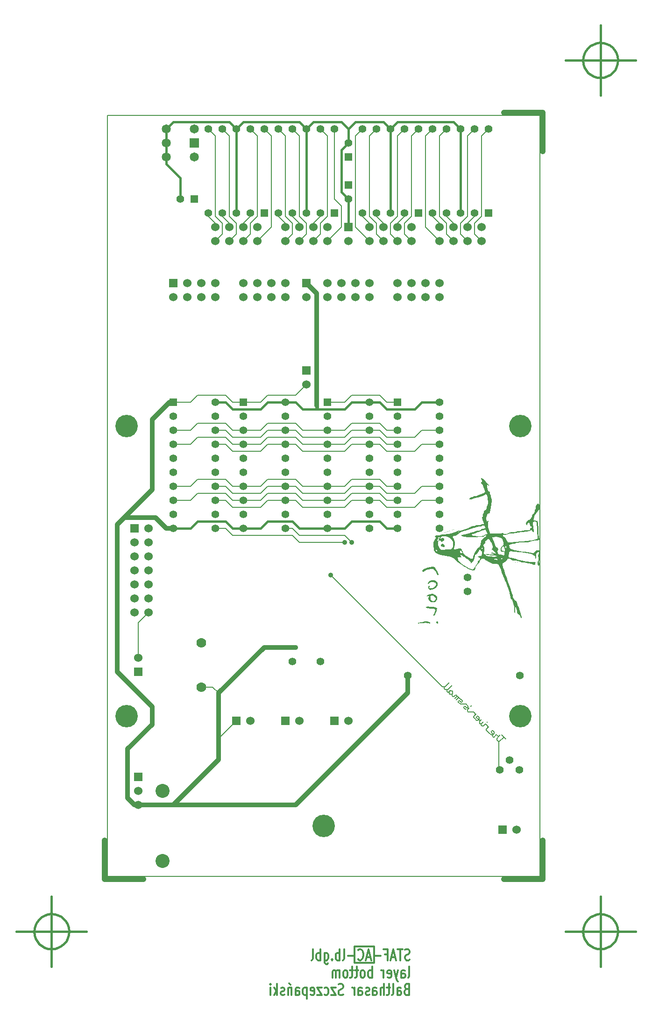
<source format=gbl>
G04 (created by PCBNEW-RS274X (2012-apr-16-27)-stable) date sob, 2 kwi 2016, 18:39:04*
G01*
G70*
G90*
%MOIN*%
G04 Gerber Fmt 3.4, Leading zero omitted, Abs format*
%FSLAX34Y34*%
G04 APERTURE LIST*
%ADD10C,0.006000*%
%ADD11C,0.012000*%
%ADD12C,0.005900*%
%ADD13C,0.039400*%
%ADD14C,0.015000*%
%ADD15C,0.000100*%
%ADD16R,0.055000X0.055000*%
%ADD17C,0.055000*%
%ADD18C,0.065000*%
%ADD19R,0.065000X0.065000*%
%ADD20C,0.100000*%
%ADD21C,0.070000*%
%ADD22C,0.160000*%
%ADD23C,0.060000*%
%ADD24R,0.060000X0.060000*%
%ADD25C,0.035000*%
%ADD26C,0.008000*%
%ADD27C,0.032000*%
%ADD28C,0.016000*%
G04 APERTURE END LIST*
G54D10*
G54D11*
X19043Y-60463D02*
X17643Y-60463D01*
X19043Y-59313D02*
X19043Y-60463D01*
X17643Y-59313D02*
X19043Y-59313D01*
X17643Y-60463D02*
X17643Y-59313D01*
X21579Y-60249D02*
X21493Y-60287D01*
X21350Y-60287D01*
X21293Y-60249D01*
X21264Y-60211D01*
X21236Y-60134D01*
X21236Y-60058D01*
X21264Y-59982D01*
X21293Y-59944D01*
X21350Y-59906D01*
X21464Y-59868D01*
X21522Y-59830D01*
X21550Y-59792D01*
X21579Y-59715D01*
X21579Y-59639D01*
X21550Y-59563D01*
X21522Y-59525D01*
X21464Y-59487D01*
X21322Y-59487D01*
X21236Y-59525D01*
X21065Y-59487D02*
X20722Y-59487D01*
X20893Y-60287D02*
X20893Y-59487D01*
X20551Y-60058D02*
X20265Y-60058D01*
X20608Y-60287D02*
X20408Y-59487D01*
X20208Y-60287D01*
X19808Y-59868D02*
X20008Y-59868D01*
X20008Y-60287D02*
X20008Y-59487D01*
X19722Y-59487D01*
X19494Y-59982D02*
X19037Y-59982D01*
X18780Y-60058D02*
X18494Y-60058D01*
X18837Y-60287D02*
X18637Y-59487D01*
X18437Y-60287D01*
X17894Y-60211D02*
X17923Y-60249D01*
X18009Y-60287D01*
X18066Y-60287D01*
X18151Y-60249D01*
X18209Y-60173D01*
X18237Y-60096D01*
X18266Y-59944D01*
X18266Y-59830D01*
X18237Y-59677D01*
X18209Y-59601D01*
X18151Y-59525D01*
X18066Y-59487D01*
X18009Y-59487D01*
X17923Y-59525D01*
X17894Y-59563D01*
X17637Y-59982D02*
X17180Y-59982D01*
X16808Y-60287D02*
X16866Y-60249D01*
X16894Y-60173D01*
X16894Y-59487D01*
X16580Y-60287D02*
X16580Y-59487D01*
X16580Y-59792D02*
X16523Y-59753D01*
X16409Y-59753D01*
X16352Y-59792D01*
X16323Y-59830D01*
X16294Y-59906D01*
X16294Y-60134D01*
X16323Y-60211D01*
X16352Y-60249D01*
X16409Y-60287D01*
X16523Y-60287D01*
X16580Y-60249D01*
X16037Y-60211D02*
X16009Y-60249D01*
X16037Y-60287D01*
X16066Y-60249D01*
X16037Y-60211D01*
X16037Y-60287D01*
X15494Y-59753D02*
X15494Y-60401D01*
X15523Y-60477D01*
X15551Y-60515D01*
X15608Y-60553D01*
X15694Y-60553D01*
X15751Y-60515D01*
X15494Y-60249D02*
X15551Y-60287D01*
X15665Y-60287D01*
X15723Y-60249D01*
X15751Y-60211D01*
X15780Y-60134D01*
X15780Y-59906D01*
X15751Y-59830D01*
X15723Y-59792D01*
X15665Y-59753D01*
X15551Y-59753D01*
X15494Y-59792D01*
X15208Y-60287D02*
X15208Y-59487D01*
X15208Y-59792D02*
X15151Y-59753D01*
X15037Y-59753D01*
X14980Y-59792D01*
X14951Y-59830D01*
X14922Y-59906D01*
X14922Y-60134D01*
X14951Y-60211D01*
X14980Y-60249D01*
X15037Y-60287D01*
X15151Y-60287D01*
X15208Y-60249D01*
X14579Y-60287D02*
X14637Y-60249D01*
X14665Y-60173D01*
X14665Y-59487D01*
X21464Y-61527D02*
X21522Y-61489D01*
X21550Y-61413D01*
X21550Y-60727D01*
X20979Y-61527D02*
X20979Y-61108D01*
X21008Y-61032D01*
X21065Y-60993D01*
X21179Y-60993D01*
X21236Y-61032D01*
X20979Y-61489D02*
X21036Y-61527D01*
X21179Y-61527D01*
X21236Y-61489D01*
X21265Y-61413D01*
X21265Y-61336D01*
X21236Y-61260D01*
X21179Y-61222D01*
X21036Y-61222D01*
X20979Y-61184D01*
X20750Y-60993D02*
X20607Y-61527D01*
X20465Y-60993D02*
X20607Y-61527D01*
X20665Y-61717D01*
X20693Y-61755D01*
X20750Y-61793D01*
X20008Y-61489D02*
X20065Y-61527D01*
X20179Y-61527D01*
X20236Y-61489D01*
X20265Y-61413D01*
X20265Y-61108D01*
X20236Y-61032D01*
X20179Y-60993D01*
X20065Y-60993D01*
X20008Y-61032D01*
X19979Y-61108D01*
X19979Y-61184D01*
X20265Y-61260D01*
X19722Y-61527D02*
X19722Y-60993D01*
X19722Y-61146D02*
X19694Y-61070D01*
X19665Y-61032D01*
X19608Y-60993D01*
X19551Y-60993D01*
X18894Y-61527D02*
X18894Y-60727D01*
X18894Y-61032D02*
X18837Y-60993D01*
X18723Y-60993D01*
X18666Y-61032D01*
X18637Y-61070D01*
X18608Y-61146D01*
X18608Y-61374D01*
X18637Y-61451D01*
X18666Y-61489D01*
X18723Y-61527D01*
X18837Y-61527D01*
X18894Y-61489D01*
X18265Y-61527D02*
X18323Y-61489D01*
X18351Y-61451D01*
X18380Y-61374D01*
X18380Y-61146D01*
X18351Y-61070D01*
X18323Y-61032D01*
X18265Y-60993D01*
X18180Y-60993D01*
X18123Y-61032D01*
X18094Y-61070D01*
X18065Y-61146D01*
X18065Y-61374D01*
X18094Y-61451D01*
X18123Y-61489D01*
X18180Y-61527D01*
X18265Y-61527D01*
X17894Y-60993D02*
X17665Y-60993D01*
X17808Y-60727D02*
X17808Y-61413D01*
X17780Y-61489D01*
X17722Y-61527D01*
X17665Y-61527D01*
X17551Y-60993D02*
X17322Y-60993D01*
X17465Y-60727D02*
X17465Y-61413D01*
X17437Y-61489D01*
X17379Y-61527D01*
X17322Y-61527D01*
X17036Y-61527D02*
X17094Y-61489D01*
X17122Y-61451D01*
X17151Y-61374D01*
X17151Y-61146D01*
X17122Y-61070D01*
X17094Y-61032D01*
X17036Y-60993D01*
X16951Y-60993D01*
X16894Y-61032D01*
X16865Y-61070D01*
X16836Y-61146D01*
X16836Y-61374D01*
X16865Y-61451D01*
X16894Y-61489D01*
X16951Y-61527D01*
X17036Y-61527D01*
X16579Y-61527D02*
X16579Y-60993D01*
X16579Y-61070D02*
X16551Y-61032D01*
X16493Y-60993D01*
X16408Y-60993D01*
X16351Y-61032D01*
X16322Y-61108D01*
X16322Y-61527D01*
X16322Y-61108D02*
X16293Y-61032D01*
X16236Y-60993D01*
X16151Y-60993D01*
X16093Y-61032D01*
X16065Y-61108D01*
X16065Y-61527D01*
X21350Y-62348D02*
X21264Y-62386D01*
X21236Y-62424D01*
X21207Y-62500D01*
X21207Y-62614D01*
X21236Y-62691D01*
X21264Y-62729D01*
X21322Y-62767D01*
X21550Y-62767D01*
X21550Y-61967D01*
X21350Y-61967D01*
X21293Y-62005D01*
X21264Y-62043D01*
X21236Y-62119D01*
X21236Y-62195D01*
X21264Y-62272D01*
X21293Y-62310D01*
X21350Y-62348D01*
X21550Y-62348D01*
X20693Y-62767D02*
X20693Y-62348D01*
X20722Y-62272D01*
X20779Y-62233D01*
X20893Y-62233D01*
X20950Y-62272D01*
X20693Y-62729D02*
X20750Y-62767D01*
X20893Y-62767D01*
X20950Y-62729D01*
X20979Y-62653D01*
X20979Y-62576D01*
X20950Y-62500D01*
X20893Y-62462D01*
X20750Y-62462D01*
X20693Y-62424D01*
X20321Y-62767D02*
X20379Y-62729D01*
X20407Y-62653D01*
X20407Y-61967D01*
X20179Y-62233D02*
X19950Y-62233D01*
X20093Y-61967D02*
X20093Y-62653D01*
X20065Y-62729D01*
X20007Y-62767D01*
X19950Y-62767D01*
X19750Y-62767D02*
X19750Y-61967D01*
X19493Y-62767D02*
X19493Y-62348D01*
X19522Y-62272D01*
X19579Y-62233D01*
X19664Y-62233D01*
X19722Y-62272D01*
X19750Y-62310D01*
X18950Y-62767D02*
X18950Y-62348D01*
X18979Y-62272D01*
X19036Y-62233D01*
X19150Y-62233D01*
X19207Y-62272D01*
X18950Y-62729D02*
X19007Y-62767D01*
X19150Y-62767D01*
X19207Y-62729D01*
X19236Y-62653D01*
X19236Y-62576D01*
X19207Y-62500D01*
X19150Y-62462D01*
X19007Y-62462D01*
X18950Y-62424D01*
X18693Y-62729D02*
X18636Y-62767D01*
X18521Y-62767D01*
X18464Y-62729D01*
X18436Y-62653D01*
X18436Y-62614D01*
X18464Y-62538D01*
X18521Y-62500D01*
X18607Y-62500D01*
X18664Y-62462D01*
X18693Y-62386D01*
X18693Y-62348D01*
X18664Y-62272D01*
X18607Y-62233D01*
X18521Y-62233D01*
X18464Y-62272D01*
X17921Y-62767D02*
X17921Y-62348D01*
X17950Y-62272D01*
X18007Y-62233D01*
X18121Y-62233D01*
X18178Y-62272D01*
X17921Y-62729D02*
X17978Y-62767D01*
X18121Y-62767D01*
X18178Y-62729D01*
X18207Y-62653D01*
X18207Y-62576D01*
X18178Y-62500D01*
X18121Y-62462D01*
X17978Y-62462D01*
X17921Y-62424D01*
X17635Y-62767D02*
X17635Y-62233D01*
X17635Y-62386D02*
X17607Y-62310D01*
X17578Y-62272D01*
X17521Y-62233D01*
X17464Y-62233D01*
X16836Y-62729D02*
X16750Y-62767D01*
X16607Y-62767D01*
X16550Y-62729D01*
X16521Y-62691D01*
X16493Y-62614D01*
X16493Y-62538D01*
X16521Y-62462D01*
X16550Y-62424D01*
X16607Y-62386D01*
X16721Y-62348D01*
X16779Y-62310D01*
X16807Y-62272D01*
X16836Y-62195D01*
X16836Y-62119D01*
X16807Y-62043D01*
X16779Y-62005D01*
X16721Y-61967D01*
X16579Y-61967D01*
X16493Y-62005D01*
X16293Y-62233D02*
X15979Y-62233D01*
X16293Y-62767D01*
X15979Y-62767D01*
X15493Y-62729D02*
X15550Y-62767D01*
X15664Y-62767D01*
X15722Y-62729D01*
X15750Y-62691D01*
X15779Y-62614D01*
X15779Y-62386D01*
X15750Y-62310D01*
X15722Y-62272D01*
X15664Y-62233D01*
X15550Y-62233D01*
X15493Y-62272D01*
X15293Y-62233D02*
X14979Y-62233D01*
X15293Y-62767D01*
X14979Y-62767D01*
X14522Y-62729D02*
X14579Y-62767D01*
X14693Y-62767D01*
X14750Y-62729D01*
X14779Y-62653D01*
X14779Y-62348D01*
X14750Y-62272D01*
X14693Y-62233D01*
X14579Y-62233D01*
X14522Y-62272D01*
X14493Y-62348D01*
X14493Y-62424D01*
X14779Y-62500D01*
X14236Y-62233D02*
X14236Y-63033D01*
X14236Y-62272D02*
X14179Y-62233D01*
X14065Y-62233D01*
X14008Y-62272D01*
X13979Y-62310D01*
X13950Y-62386D01*
X13950Y-62614D01*
X13979Y-62691D01*
X14008Y-62729D01*
X14065Y-62767D01*
X14179Y-62767D01*
X14236Y-62729D01*
X13436Y-62767D02*
X13436Y-62348D01*
X13465Y-62272D01*
X13522Y-62233D01*
X13636Y-62233D01*
X13693Y-62272D01*
X13436Y-62729D02*
X13493Y-62767D01*
X13636Y-62767D01*
X13693Y-62729D01*
X13722Y-62653D01*
X13722Y-62576D01*
X13693Y-62500D01*
X13636Y-62462D01*
X13493Y-62462D01*
X13436Y-62424D01*
X13150Y-62233D02*
X13150Y-62767D01*
X13150Y-62310D02*
X13122Y-62272D01*
X13064Y-62233D01*
X12979Y-62233D01*
X12922Y-62272D01*
X12893Y-62348D01*
X12893Y-62767D01*
X12979Y-61929D02*
X13064Y-62043D01*
X12636Y-62729D02*
X12579Y-62767D01*
X12464Y-62767D01*
X12407Y-62729D01*
X12379Y-62653D01*
X12379Y-62614D01*
X12407Y-62538D01*
X12464Y-62500D01*
X12550Y-62500D01*
X12607Y-62462D01*
X12636Y-62386D01*
X12636Y-62348D01*
X12607Y-62272D01*
X12550Y-62233D01*
X12464Y-62233D01*
X12407Y-62272D01*
X12121Y-62767D02*
X12121Y-61967D01*
X12064Y-62462D02*
X11893Y-62767D01*
X11893Y-62233D02*
X12121Y-62538D01*
X11635Y-62767D02*
X11635Y-62233D01*
X11635Y-61967D02*
X11664Y-62005D01*
X11635Y-62043D01*
X11607Y-62005D01*
X11635Y-61967D01*
X11635Y-62043D01*
G54D12*
X00000Y-54292D02*
X00000Y00000D01*
X00000Y00000D02*
X30866Y00000D01*
X30866Y-54292D02*
X30866Y00000D01*
G54D13*
X-00197Y-54489D02*
X02559Y-54489D01*
X-00197Y-54489D02*
X-00197Y-51733D01*
X31063Y00196D02*
X31063Y-02559D01*
X31063Y00196D02*
X28307Y00196D01*
X31063Y-54489D02*
X28307Y-54489D01*
X31063Y-54489D02*
X31063Y-51733D01*
G54D14*
X-02726Y-58229D02*
X-02750Y-58471D01*
X-02821Y-58705D01*
X-02935Y-58920D01*
X-03090Y-59109D01*
X-03278Y-59265D01*
X-03492Y-59381D01*
X-03725Y-59453D01*
X-03968Y-59478D01*
X-04210Y-59456D01*
X-04444Y-59387D01*
X-04660Y-59274D01*
X-04850Y-59122D01*
X-05007Y-58935D01*
X-05124Y-58721D01*
X-05198Y-58488D01*
X-05225Y-58246D01*
X-05205Y-58004D01*
X-05138Y-57769D01*
X-05026Y-57552D01*
X-04875Y-57361D01*
X-04689Y-57203D01*
X-04476Y-57084D01*
X-04244Y-57009D01*
X-04002Y-56980D01*
X-03759Y-56998D01*
X-03524Y-57064D01*
X-03307Y-57174D01*
X-03114Y-57324D01*
X-02955Y-57509D01*
X-02835Y-57721D01*
X-02758Y-57953D01*
X-02727Y-58195D01*
X-02726Y-58229D01*
X-06476Y-58229D02*
X-01476Y-58229D01*
X-03976Y-55729D02*
X-03976Y-60729D01*
X36447Y03937D02*
X36423Y03695D01*
X36352Y03461D01*
X36238Y03246D01*
X36083Y03057D01*
X35895Y02901D01*
X35681Y02785D01*
X35448Y02713D01*
X35205Y02688D01*
X34963Y02710D01*
X34729Y02779D01*
X34513Y02892D01*
X34323Y03044D01*
X34166Y03231D01*
X34049Y03445D01*
X33975Y03678D01*
X33948Y03920D01*
X33968Y04162D01*
X34035Y04397D01*
X34147Y04614D01*
X34298Y04805D01*
X34484Y04963D01*
X34697Y05082D01*
X34929Y05157D01*
X35171Y05186D01*
X35414Y05168D01*
X35649Y05102D01*
X35866Y04992D01*
X36059Y04842D01*
X36218Y04657D01*
X36338Y04445D01*
X36415Y04213D01*
X36446Y03971D01*
X36447Y03937D01*
X32697Y03937D02*
X37697Y03937D01*
X35197Y06437D02*
X35197Y01437D01*
X36447Y-58229D02*
X36423Y-58471D01*
X36352Y-58705D01*
X36238Y-58920D01*
X36083Y-59109D01*
X35895Y-59265D01*
X35681Y-59381D01*
X35448Y-59453D01*
X35205Y-59478D01*
X34963Y-59456D01*
X34729Y-59387D01*
X34513Y-59274D01*
X34323Y-59122D01*
X34166Y-58935D01*
X34049Y-58721D01*
X33975Y-58488D01*
X33948Y-58246D01*
X33968Y-58004D01*
X34035Y-57769D01*
X34147Y-57552D01*
X34298Y-57361D01*
X34484Y-57203D01*
X34697Y-57084D01*
X34929Y-57009D01*
X35171Y-56980D01*
X35414Y-56998D01*
X35649Y-57064D01*
X35866Y-57174D01*
X36059Y-57324D01*
X36218Y-57509D01*
X36338Y-57721D01*
X36415Y-57953D01*
X36446Y-58195D01*
X36447Y-58229D01*
X32697Y-58229D02*
X37697Y-58229D01*
X35197Y-55729D02*
X35197Y-60729D01*
G54D12*
X00000Y-07599D02*
X00000Y-07363D01*
X30866Y-54292D02*
X00000Y-54292D01*
G54D15*
G36*
X26709Y-25863D02*
X26757Y-25885D01*
X26829Y-25938D01*
X26905Y-26006D01*
X26966Y-26070D01*
X26993Y-26115D01*
X26993Y-26117D01*
X27016Y-26151D01*
X27075Y-26214D01*
X27132Y-26269D01*
X27203Y-26341D01*
X27243Y-26398D01*
X27245Y-26421D01*
X27211Y-26420D01*
X27202Y-26405D01*
X27160Y-26367D01*
X27139Y-26363D01*
X27109Y-26378D01*
X27102Y-26433D01*
X27108Y-26510D01*
X27136Y-26669D01*
X27173Y-26773D01*
X27218Y-26819D01*
X27243Y-26818D01*
X27278Y-26820D01*
X27292Y-26872D01*
X27293Y-26914D01*
X27301Y-26991D01*
X27322Y-27029D01*
X27326Y-27030D01*
X27352Y-27058D01*
X27360Y-27109D01*
X27372Y-27195D01*
X27403Y-27295D01*
X27405Y-27301D01*
X27433Y-27412D01*
X27441Y-27534D01*
X27440Y-27546D01*
X27416Y-27778D01*
X27383Y-27995D01*
X27344Y-28183D01*
X27302Y-28325D01*
X27293Y-28346D01*
X27252Y-28434D01*
X27220Y-28486D01*
X27204Y-28496D01*
X27211Y-28457D01*
X27226Y-28415D01*
X27242Y-28352D01*
X27230Y-28338D01*
X27199Y-28363D01*
X27156Y-28420D01*
X27111Y-28502D01*
X27102Y-28523D01*
X27052Y-28691D01*
X27051Y-28824D01*
X27064Y-28913D01*
X27085Y-28951D01*
X27127Y-28953D01*
X27155Y-28947D01*
X27212Y-28937D01*
X27215Y-28952D01*
X27201Y-28967D01*
X27179Y-29023D01*
X27165Y-29120D01*
X27160Y-29233D01*
X27161Y-29255D01*
X26923Y-29255D01*
X26863Y-29257D01*
X26790Y-29281D01*
X26664Y-29317D01*
X26534Y-29342D01*
X26513Y-29344D01*
X26405Y-29364D01*
X26270Y-29400D01*
X26176Y-29431D01*
X26033Y-29479D01*
X25866Y-29530D01*
X25743Y-29565D01*
X25529Y-29626D01*
X25416Y-29663D01*
X25060Y-29663D01*
X25027Y-29689D01*
X25026Y-29696D01*
X25052Y-29729D01*
X25060Y-29730D01*
X25092Y-29704D01*
X25093Y-29696D01*
X25067Y-29664D01*
X25060Y-29663D01*
X25416Y-29663D01*
X25350Y-29685D01*
X25213Y-29740D01*
X25129Y-29786D01*
X25111Y-29803D01*
X25022Y-29890D01*
X24914Y-29960D01*
X24813Y-29995D01*
X24792Y-29996D01*
X24696Y-30011D01*
X24674Y-30035D01*
X24063Y-30035D01*
X24024Y-30037D01*
X23907Y-30045D01*
X23839Y-30062D01*
X23803Y-30092D01*
X23801Y-30096D01*
X23678Y-30096D01*
X23627Y-30115D01*
X23596Y-30154D01*
X23601Y-30183D01*
X23643Y-30186D01*
X23697Y-30163D01*
X23726Y-30129D01*
X23726Y-30126D01*
X23699Y-30100D01*
X23678Y-30096D01*
X23801Y-30096D01*
X23790Y-30120D01*
X23780Y-30191D01*
X23811Y-30214D01*
X23870Y-30181D01*
X23875Y-30176D01*
X23920Y-30141D01*
X23960Y-30152D01*
X23994Y-30181D01*
X24031Y-30230D01*
X23651Y-30230D01*
X23588Y-30248D01*
X23560Y-30262D01*
X23529Y-30298D01*
X23550Y-30334D01*
X23596Y-30356D01*
X23641Y-30331D01*
X23687Y-30277D01*
X23683Y-30239D01*
X23651Y-30230D01*
X24031Y-30230D01*
X24051Y-30256D01*
X24043Y-30322D01*
X23976Y-30383D01*
X23884Y-30418D01*
X23810Y-30398D01*
X23770Y-30334D01*
X23755Y-30296D01*
X23729Y-30301D01*
X23675Y-30350D01*
X23620Y-30427D01*
X23598Y-30504D01*
X23620Y-30655D01*
X23675Y-30807D01*
X23751Y-30928D01*
X23760Y-30938D01*
X23815Y-30991D01*
X23825Y-30996D01*
X23473Y-30996D01*
X23431Y-31013D01*
X23426Y-31026D01*
X23448Y-31069D01*
X23493Y-31106D01*
X23532Y-31112D01*
X23535Y-31110D01*
X23544Y-31064D01*
X23515Y-31015D01*
X23473Y-30996D01*
X23825Y-30996D01*
X23865Y-31014D01*
X23934Y-31012D01*
X24025Y-30997D01*
X24169Y-30976D01*
X24324Y-30964D01*
X24377Y-30963D01*
X24506Y-30953D01*
X24587Y-30915D01*
X24636Y-30836D01*
X24660Y-30755D01*
X24688Y-30578D01*
X24675Y-30439D01*
X24619Y-30323D01*
X24608Y-30309D01*
X24526Y-30223D01*
X24419Y-30139D01*
X24378Y-30112D01*
X24278Y-30062D01*
X24183Y-30038D01*
X24063Y-30035D01*
X24674Y-30035D01*
X24654Y-30058D01*
X24667Y-30140D01*
X24725Y-30250D01*
X24801Y-30418D01*
X24820Y-30597D01*
X24782Y-30797D01*
X24742Y-30907D01*
X24734Y-30944D01*
X24761Y-30959D01*
X24838Y-30956D01*
X24855Y-30955D01*
X24946Y-30941D01*
X25006Y-30924D01*
X25015Y-30919D01*
X25060Y-30904D01*
X25143Y-30897D01*
X25165Y-30896D01*
X25250Y-30903D01*
X25287Y-30927D01*
X25293Y-30963D01*
X25300Y-30996D01*
X25232Y-30996D01*
X25195Y-31013D01*
X25192Y-31021D01*
X25184Y-31071D01*
X25173Y-31115D01*
X25177Y-31176D01*
X25236Y-31221D01*
X25241Y-31223D01*
X25308Y-31240D01*
X25328Y-31212D01*
X25300Y-31144D01*
X25277Y-31108D01*
X25248Y-31049D01*
X25250Y-31018D01*
X25245Y-30998D01*
X25232Y-30996D01*
X25300Y-30996D01*
X25305Y-31017D01*
X25322Y-31030D01*
X25348Y-31059D01*
X25371Y-31127D01*
X25421Y-31237D01*
X25524Y-31355D01*
X25668Y-31470D01*
X25829Y-31564D01*
X25956Y-31623D01*
X26037Y-31643D01*
X26079Y-31625D01*
X26093Y-31569D01*
X26093Y-31564D01*
X26109Y-31499D01*
X26153Y-31385D01*
X26222Y-31234D01*
X26310Y-31053D01*
X26361Y-30955D01*
X26428Y-30861D01*
X26494Y-30830D01*
X26558Y-30805D01*
X26580Y-30771D01*
X26610Y-30691D01*
X26630Y-30646D01*
X26652Y-30571D01*
X26670Y-30466D01*
X26673Y-30437D01*
X26683Y-30356D01*
X26708Y-30295D01*
X26758Y-30238D01*
X26846Y-30171D01*
X26935Y-30111D01*
X27017Y-30048D01*
X27056Y-30000D01*
X27048Y-29974D01*
X26991Y-29980D01*
X26985Y-29982D01*
X26919Y-30010D01*
X26893Y-30030D01*
X26843Y-30053D01*
X26728Y-30071D01*
X26548Y-30083D01*
X26303Y-30091D01*
X26043Y-30093D01*
X25825Y-30092D01*
X25661Y-30088D01*
X25540Y-30080D01*
X25449Y-30067D01*
X25377Y-30046D01*
X25311Y-30017D01*
X25301Y-30012D01*
X25254Y-29976D01*
X25263Y-29945D01*
X25333Y-29917D01*
X25466Y-29890D01*
X25476Y-29888D01*
X25641Y-29860D01*
X25752Y-29840D01*
X25820Y-29825D01*
X25857Y-29812D01*
X25875Y-29798D01*
X25878Y-29793D01*
X25922Y-29771D01*
X25992Y-29763D01*
X26079Y-29748D01*
X26133Y-29718D01*
X26189Y-29691D01*
X26288Y-29666D01*
X26399Y-29649D01*
X26524Y-29632D01*
X26596Y-29610D01*
X26630Y-29579D01*
X26636Y-29563D01*
X26663Y-29522D01*
X26729Y-29499D01*
X26814Y-29490D01*
X26911Y-29481D01*
X26957Y-29464D01*
X26969Y-29428D01*
X26967Y-29396D01*
X26952Y-29298D01*
X26923Y-29255D01*
X27161Y-29255D01*
X27165Y-29337D01*
X27181Y-29406D01*
X27187Y-29415D01*
X27215Y-29469D01*
X27246Y-29564D01*
X26999Y-29564D01*
X26945Y-29575D01*
X26847Y-29604D01*
X26721Y-29644D01*
X26586Y-29691D01*
X26459Y-29737D01*
X26357Y-29777D01*
X26326Y-29790D01*
X26217Y-29836D01*
X26116Y-29871D01*
X26085Y-29879D01*
X26010Y-29904D01*
X26002Y-29936D01*
X26059Y-29976D01*
X26085Y-29988D01*
X26151Y-30003D01*
X26257Y-30014D01*
X26387Y-30021D01*
X26527Y-30023D01*
X26659Y-30020D01*
X26769Y-30013D01*
X26841Y-30001D01*
X26860Y-29989D01*
X26886Y-29954D01*
X26901Y-29946D01*
X27035Y-29895D01*
X27110Y-29855D01*
X27132Y-29821D01*
X27106Y-29789D01*
X27095Y-29781D01*
X27067Y-29738D01*
X27043Y-29663D01*
X27021Y-29593D01*
X26999Y-29564D01*
X27246Y-29564D01*
X27252Y-29580D01*
X27301Y-29753D01*
X27309Y-29783D01*
X27321Y-29813D01*
X27346Y-29833D01*
X27397Y-29844D01*
X27486Y-29847D01*
X27625Y-29846D01*
X27685Y-29845D01*
X27848Y-29839D01*
X28001Y-29831D01*
X28121Y-29820D01*
X28173Y-29812D01*
X28256Y-29801D01*
X28284Y-29812D01*
X28279Y-29825D01*
X28287Y-29852D01*
X28340Y-29865D01*
X28419Y-29864D01*
X28506Y-29851D01*
X28580Y-29827D01*
X28613Y-29805D01*
X28694Y-29761D01*
X28807Y-29744D01*
X28900Y-29737D01*
X29035Y-29720D01*
X29191Y-29696D01*
X29276Y-29682D01*
X29459Y-29653D01*
X29655Y-29627D01*
X29833Y-29610D01*
X29885Y-29606D01*
X30020Y-29596D01*
X30102Y-29585D01*
X30144Y-29567D01*
X30158Y-29540D01*
X30160Y-29523D01*
X30188Y-29460D01*
X30226Y-29439D01*
X30270Y-29411D01*
X30294Y-29369D01*
X30289Y-29338D01*
X30268Y-29334D01*
X30204Y-29328D01*
X30173Y-29277D01*
X30166Y-29224D01*
X30142Y-29130D01*
X30097Y-29071D01*
X30042Y-29058D01*
X30000Y-29089D01*
X29973Y-29154D01*
X29975Y-29190D01*
X29968Y-29223D01*
X29934Y-29223D01*
X29894Y-29188D01*
X29887Y-29118D01*
X29907Y-29033D01*
X29946Y-28952D01*
X30000Y-28895D01*
X30047Y-28880D01*
X30108Y-28855D01*
X30183Y-28795D01*
X30251Y-28720D01*
X30290Y-28652D01*
X30293Y-28635D01*
X30309Y-28565D01*
X30346Y-28491D01*
X30390Y-28439D01*
X30412Y-28430D01*
X30442Y-28400D01*
X30475Y-28325D01*
X30493Y-28263D01*
X30521Y-28165D01*
X30549Y-28096D01*
X30562Y-28078D01*
X30580Y-28036D01*
X30587Y-27957D01*
X30586Y-27945D01*
X30609Y-27819D01*
X30661Y-27745D01*
X30716Y-27691D01*
X30752Y-27683D01*
X30793Y-27717D01*
X30797Y-27721D01*
X30844Y-27800D01*
X30868Y-27904D01*
X30868Y-28011D01*
X30846Y-28101D01*
X30801Y-28151D01*
X30793Y-28154D01*
X30739Y-28184D01*
X30726Y-28210D01*
X30702Y-28257D01*
X30660Y-28296D01*
X30607Y-28356D01*
X30593Y-28402D01*
X30575Y-28463D01*
X30557Y-28481D01*
X30514Y-28536D01*
X30468Y-28642D01*
X30427Y-28783D01*
X30427Y-28784D01*
X30414Y-28849D01*
X30420Y-28863D01*
X30283Y-28863D01*
X30278Y-28863D01*
X30250Y-28887D01*
X30240Y-28902D01*
X30236Y-28924D01*
X30254Y-28916D01*
X30290Y-28883D01*
X30283Y-28863D01*
X30420Y-28863D01*
X30429Y-28882D01*
X30478Y-28896D01*
X30343Y-28896D01*
X30326Y-28913D01*
X30343Y-28930D01*
X30360Y-28913D01*
X30343Y-28896D01*
X30478Y-28896D01*
X30486Y-28898D01*
X30549Y-28905D01*
X30641Y-28918D01*
X30701Y-28932D01*
X30711Y-28936D01*
X30716Y-28957D01*
X30529Y-28957D01*
X30475Y-28978D01*
X30460Y-28985D01*
X30419Y-29004D01*
X30392Y-29023D01*
X30388Y-29030D01*
X30243Y-29030D01*
X30226Y-29046D01*
X30243Y-29063D01*
X30260Y-29046D01*
X30243Y-29030D01*
X30388Y-29030D01*
X30377Y-29053D01*
X30374Y-29104D01*
X30381Y-29189D01*
X30399Y-29318D01*
X30423Y-29480D01*
X30436Y-29590D01*
X30441Y-29672D01*
X30437Y-29705D01*
X30396Y-29729D01*
X30349Y-29696D01*
X30322Y-29650D01*
X30285Y-29570D01*
X30180Y-29632D01*
X30073Y-29673D01*
X29922Y-29702D01*
X29842Y-29709D01*
X29706Y-29721D01*
X29532Y-29740D01*
X29335Y-29765D01*
X29131Y-29793D01*
X28933Y-29822D01*
X28757Y-29850D01*
X28617Y-29875D01*
X28529Y-29895D01*
X28526Y-29896D01*
X28419Y-29919D01*
X28320Y-29930D01*
X28318Y-29930D01*
X28245Y-29946D01*
X28226Y-29980D01*
X28247Y-30024D01*
X28264Y-30030D01*
X28322Y-30059D01*
X28335Y-30073D01*
X27772Y-30073D01*
X27671Y-30076D01*
X27566Y-30085D01*
X27492Y-30092D01*
X27470Y-30094D01*
X27473Y-30125D01*
X27499Y-30203D01*
X27201Y-30203D01*
X27135Y-30244D01*
X27098Y-30280D01*
X27036Y-30337D01*
X26991Y-30363D01*
X26988Y-30363D01*
X26962Y-30389D01*
X26962Y-30405D01*
X26960Y-30496D01*
X26915Y-30573D01*
X26888Y-30601D01*
X26843Y-30653D01*
X26837Y-30696D01*
X26870Y-30762D01*
X26875Y-30771D01*
X26907Y-30835D01*
X26908Y-30846D01*
X26759Y-30846D01*
X26721Y-30854D01*
X26705Y-30879D01*
X26699Y-30940D01*
X26730Y-30959D01*
X26757Y-30948D01*
X26791Y-30899D01*
X26765Y-30850D01*
X26759Y-30846D01*
X26908Y-30846D01*
X26917Y-30900D01*
X26910Y-30971D01*
X26609Y-30971D01*
X26602Y-30972D01*
X26439Y-30972D01*
X26431Y-31017D01*
X26437Y-31036D01*
X26452Y-31049D01*
X26457Y-31016D01*
X26451Y-30973D01*
X26439Y-30972D01*
X26602Y-30972D01*
X26570Y-30977D01*
X26542Y-31032D01*
X26504Y-31106D01*
X26440Y-31191D01*
X26367Y-31269D01*
X26301Y-31320D01*
X26272Y-31330D01*
X26236Y-31359D01*
X26227Y-31421D01*
X26207Y-31607D01*
X26135Y-31767D01*
X26078Y-31843D01*
X25998Y-31924D01*
X25940Y-31951D01*
X25927Y-31947D01*
X25903Y-31918D01*
X25928Y-31896D01*
X25933Y-31860D01*
X25885Y-31798D01*
X25790Y-31716D01*
X25653Y-31617D01*
X25482Y-31508D01*
X25454Y-31491D01*
X25321Y-31414D01*
X25239Y-31373D01*
X25202Y-31366D01*
X25205Y-31393D01*
X25243Y-31453D01*
X25270Y-31512D01*
X25243Y-31542D01*
X25159Y-31545D01*
X25101Y-31538D01*
X25021Y-31536D01*
X24993Y-31559D01*
X25013Y-31595D01*
X25022Y-31596D01*
X25038Y-31624D01*
X25035Y-31674D01*
X25039Y-31729D01*
X25077Y-31791D01*
X25158Y-31875D01*
X25191Y-31905D01*
X25335Y-32021D01*
X25499Y-32134D01*
X25671Y-32236D01*
X25836Y-32319D01*
X25979Y-32375D01*
X26086Y-32396D01*
X26089Y-32396D01*
X26135Y-32368D01*
X26188Y-32298D01*
X26206Y-32264D01*
X26265Y-32162D01*
X26333Y-32073D01*
X26348Y-32059D01*
X26410Y-31965D01*
X26426Y-31890D01*
X26447Y-31805D01*
X26485Y-31773D01*
X26563Y-31719D01*
X26593Y-31647D01*
X26571Y-31576D01*
X26505Y-31528D01*
X26444Y-31500D01*
X26433Y-31478D01*
X26476Y-31461D01*
X26577Y-31445D01*
X26699Y-31432D01*
X26723Y-31399D01*
X26743Y-31313D01*
X26755Y-31191D01*
X26755Y-31188D01*
X26743Y-31115D01*
X26712Y-31096D01*
X26664Y-31069D01*
X26643Y-31030D01*
X26609Y-30971D01*
X26910Y-30971D01*
X26909Y-30990D01*
X26894Y-31071D01*
X26874Y-31188D01*
X26872Y-31256D01*
X26888Y-31292D01*
X26899Y-31301D01*
X26963Y-31328D01*
X26992Y-31310D01*
X26993Y-31303D01*
X27023Y-31296D01*
X27103Y-31300D01*
X27219Y-31314D01*
X27264Y-31322D01*
X27399Y-31341D01*
X27050Y-31341D01*
X27000Y-31350D01*
X27007Y-31388D01*
X27030Y-31415D01*
X27086Y-31443D01*
X27191Y-31464D01*
X27355Y-31478D01*
X27407Y-31481D01*
X27549Y-31486D01*
X27666Y-31486D01*
X27743Y-31482D01*
X27763Y-31478D01*
X27793Y-31446D01*
X27764Y-31424D01*
X27673Y-31410D01*
X27542Y-31404D01*
X27397Y-31396D01*
X27257Y-31381D01*
X27155Y-31362D01*
X27050Y-31341D01*
X27399Y-31341D01*
X27421Y-31344D01*
X27525Y-31347D01*
X27567Y-31335D01*
X27565Y-31306D01*
X27500Y-31281D01*
X27496Y-31281D01*
X27425Y-31255D01*
X27393Y-31225D01*
X27393Y-31224D01*
X27421Y-31205D01*
X27485Y-31212D01*
X27609Y-31242D01*
X27680Y-31257D01*
X27711Y-31255D01*
X27714Y-31237D01*
X27701Y-31201D01*
X27701Y-31200D01*
X27654Y-31138D01*
X27575Y-31079D01*
X27561Y-31071D01*
X27468Y-31013D01*
X27436Y-30959D01*
X27462Y-30900D01*
X27480Y-30880D01*
X27511Y-30843D01*
X27520Y-30802D01*
X27507Y-30737D01*
X27476Y-30641D01*
X27436Y-30538D01*
X27398Y-30463D01*
X27377Y-30436D01*
X27339Y-30392D01*
X27299Y-30313D01*
X27295Y-30305D01*
X27251Y-30223D01*
X27201Y-30203D01*
X27499Y-30203D01*
X27540Y-30312D01*
X27593Y-30439D01*
X27631Y-30524D01*
X27678Y-30633D01*
X27713Y-30717D01*
X27726Y-30760D01*
X27753Y-30791D01*
X27810Y-30824D01*
X27874Y-30883D01*
X27894Y-30966D01*
X27864Y-31045D01*
X27857Y-31052D01*
X27841Y-31103D01*
X27865Y-31192D01*
X27872Y-31209D01*
X27918Y-31292D01*
X27972Y-31326D01*
X28009Y-31330D01*
X28102Y-31345D01*
X28195Y-31381D01*
X28264Y-31412D01*
X28299Y-31406D01*
X28324Y-31358D01*
X28325Y-31356D01*
X28350Y-31262D01*
X28357Y-31205D01*
X28346Y-31150D01*
X28296Y-31131D01*
X28262Y-31130D01*
X28145Y-31119D01*
X28081Y-31081D01*
X28060Y-31009D01*
X28060Y-30998D01*
X28079Y-30888D01*
X28128Y-30775D01*
X28192Y-30688D01*
X28225Y-30664D01*
X28261Y-30631D01*
X28274Y-30574D01*
X28267Y-30472D01*
X28246Y-30362D01*
X28212Y-30269D01*
X28198Y-30244D01*
X28095Y-30157D01*
X27947Y-30098D01*
X27772Y-30073D01*
X28335Y-30073D01*
X28397Y-30137D01*
X28478Y-30254D01*
X28524Y-30336D01*
X28575Y-30425D01*
X28617Y-30470D01*
X28675Y-30483D01*
X28758Y-30479D01*
X29140Y-30450D01*
X29512Y-30413D01*
X29693Y-30393D01*
X29849Y-30375D01*
X30004Y-30358D01*
X30127Y-30347D01*
X30143Y-30346D01*
X30270Y-30329D01*
X30420Y-30299D01*
X30516Y-30274D01*
X30627Y-30240D01*
X30687Y-30212D01*
X30710Y-30179D01*
X30709Y-30132D01*
X30709Y-30131D01*
X30703Y-30067D01*
X30695Y-29952D01*
X30687Y-29800D01*
X30678Y-29629D01*
X30677Y-29596D01*
X30667Y-29379D01*
X30656Y-29220D01*
X30642Y-29111D01*
X30625Y-29043D01*
X30603Y-29007D01*
X30574Y-28997D01*
X30570Y-28996D01*
X30538Y-28980D01*
X30541Y-28965D01*
X30529Y-28957D01*
X30716Y-28957D01*
X30722Y-28979D01*
X30735Y-29076D01*
X30747Y-29216D01*
X30759Y-29387D01*
X30768Y-29577D01*
X30775Y-29756D01*
X30782Y-29928D01*
X30795Y-30045D01*
X30815Y-30120D01*
X30838Y-30158D01*
X30880Y-30212D01*
X30893Y-30238D01*
X30862Y-30263D01*
X30781Y-30292D01*
X30664Y-30320D01*
X30527Y-30343D01*
X30493Y-30347D01*
X30347Y-30370D01*
X30189Y-30404D01*
X30126Y-30421D01*
X29963Y-30452D01*
X29754Y-30467D01*
X29616Y-30469D01*
X29426Y-30471D01*
X29296Y-30484D01*
X29219Y-30509D01*
X29215Y-30511D01*
X29143Y-30540D01*
X29032Y-30566D01*
X28941Y-30579D01*
X28804Y-30597D01*
X28722Y-30618D01*
X28686Y-30652D01*
X28684Y-30701D01*
X28416Y-30701D01*
X28404Y-30736D01*
X28259Y-30736D01*
X28201Y-30782D01*
X28180Y-30812D01*
X28129Y-30923D01*
X28133Y-31011D01*
X28190Y-31068D01*
X28225Y-31080D01*
X28326Y-31088D01*
X28380Y-31056D01*
X28390Y-30979D01*
X28357Y-30853D01*
X28353Y-30841D01*
X28308Y-30755D01*
X28259Y-30736D01*
X28404Y-30736D01*
X28403Y-30741D01*
X28415Y-30831D01*
X28432Y-30900D01*
X28447Y-30910D01*
X28463Y-30878D01*
X28489Y-30781D01*
X28472Y-30724D01*
X28457Y-30712D01*
X28416Y-30701D01*
X28684Y-30701D01*
X28684Y-30708D01*
X28700Y-30780D01*
X28722Y-30850D01*
X28754Y-30896D01*
X28809Y-30932D01*
X28905Y-30970D01*
X28973Y-30993D01*
X29132Y-31038D01*
X29316Y-31077D01*
X29476Y-31101D01*
X29636Y-31119D01*
X29803Y-31140D01*
X29994Y-31168D01*
X30228Y-31205D01*
X30317Y-31219D01*
X30399Y-31221D01*
X30466Y-31186D01*
X30517Y-31138D01*
X30627Y-31047D01*
X30732Y-31019D01*
X30827Y-31047D01*
X30877Y-31088D01*
X30904Y-31154D01*
X30915Y-31253D01*
X30915Y-31355D01*
X30905Y-31429D01*
X30896Y-31449D01*
X30871Y-31503D01*
X30847Y-31599D01*
X30828Y-31713D01*
X30817Y-31824D01*
X30816Y-31910D01*
X30825Y-31946D01*
X30845Y-32006D01*
X30831Y-32072D01*
X30794Y-32117D01*
X30764Y-32122D01*
X30728Y-32096D01*
X30715Y-32031D01*
X30722Y-31918D01*
X30751Y-31752D01*
X30758Y-31717D01*
X30778Y-31601D01*
X30780Y-31534D01*
X30763Y-31500D01*
X30755Y-31494D01*
X30732Y-31463D01*
X30743Y-31407D01*
X30769Y-31347D01*
X30816Y-31226D01*
X30820Y-31153D01*
X30783Y-31130D01*
X30702Y-31152D01*
X30650Y-31224D01*
X30623Y-31350D01*
X30618Y-31421D01*
X30606Y-31553D01*
X30584Y-31620D01*
X30568Y-31630D01*
X30538Y-31599D01*
X30526Y-31518D01*
X30526Y-31513D01*
X30519Y-31433D01*
X30490Y-31400D01*
X30460Y-31396D01*
X30405Y-31386D01*
X30393Y-31371D01*
X30361Y-31333D01*
X30270Y-31295D01*
X30129Y-31258D01*
X29946Y-31225D01*
X29727Y-31197D01*
X29526Y-31179D01*
X29343Y-31162D01*
X29157Y-31141D01*
X28987Y-31117D01*
X28851Y-31092D01*
X28790Y-31078D01*
X28754Y-31085D01*
X28720Y-31138D01*
X28682Y-31245D01*
X28677Y-31260D01*
X28641Y-31402D01*
X28638Y-31493D01*
X28643Y-31502D01*
X28281Y-31502D01*
X28271Y-31508D01*
X28267Y-31547D01*
X28271Y-31552D01*
X28290Y-31547D01*
X28293Y-31530D01*
X28281Y-31502D01*
X28643Y-31502D01*
X28669Y-31543D01*
X28740Y-31562D01*
X28768Y-31563D01*
X28854Y-31574D01*
X28971Y-31602D01*
X28121Y-31602D01*
X28101Y-31610D01*
X28096Y-31630D01*
X27699Y-31630D01*
X27626Y-31638D01*
X27612Y-31658D01*
X27656Y-31685D01*
X27751Y-31712D01*
X27823Y-31723D01*
X27845Y-31708D01*
X27839Y-31682D01*
X27789Y-31641D01*
X27699Y-31630D01*
X28096Y-31630D01*
X28093Y-31642D01*
X28130Y-31656D01*
X28183Y-31645D01*
X28225Y-31624D01*
X28204Y-31611D01*
X28182Y-31605D01*
X28121Y-31602D01*
X28971Y-31602D01*
X28976Y-31603D01*
X29112Y-31643D01*
X29127Y-31648D01*
X29285Y-31696D01*
X29455Y-31739D01*
X29593Y-31765D01*
X29749Y-31790D01*
X29916Y-31818D01*
X30010Y-31834D01*
X30162Y-31856D01*
X30331Y-31870D01*
X30421Y-31874D01*
X30533Y-31878D01*
X30587Y-31886D01*
X30593Y-31903D01*
X30578Y-31916D01*
X30543Y-31970D01*
X30545Y-32006D01*
X30549Y-32058D01*
X30506Y-32076D01*
X30412Y-32060D01*
X30276Y-32014D01*
X30093Y-31960D01*
X29890Y-31922D01*
X29800Y-31913D01*
X29676Y-31901D01*
X29580Y-31886D01*
X29530Y-31872D01*
X29527Y-31870D01*
X29457Y-31821D01*
X29335Y-31786D01*
X29175Y-31769D01*
X29109Y-31767D01*
X28968Y-31761D01*
X28882Y-31742D01*
X28848Y-31717D01*
X28791Y-31679D01*
X28701Y-31648D01*
X28685Y-31645D01*
X28599Y-31636D01*
X28555Y-31653D01*
X28537Y-31685D01*
X28475Y-31777D01*
X28364Y-31870D01*
X28282Y-31919D01*
X28223Y-31956D01*
X28201Y-32000D01*
X28206Y-32078D01*
X28211Y-32105D01*
X28241Y-32230D01*
X28284Y-32359D01*
X28293Y-32380D01*
X28336Y-32495D01*
X28371Y-32607D01*
X28376Y-32628D01*
X28402Y-32718D01*
X28445Y-32840D01*
X28494Y-32960D01*
X28545Y-33092D01*
X28588Y-33219D01*
X28611Y-33306D01*
X28639Y-33403D01*
X28678Y-33476D01*
X28685Y-33484D01*
X28719Y-33542D01*
X28755Y-33642D01*
X28782Y-33740D01*
X28811Y-33870D01*
X28831Y-33953D01*
X28846Y-34004D01*
X28862Y-34042D01*
X28884Y-34083D01*
X28886Y-34086D01*
X28918Y-34168D01*
X28927Y-34219D01*
X28943Y-34328D01*
X28983Y-34443D01*
X29037Y-34546D01*
X29096Y-34620D01*
X29147Y-34646D01*
X29195Y-34671D01*
X29228Y-34751D01*
X29234Y-34777D01*
X29269Y-34893D01*
X29319Y-35002D01*
X29324Y-35010D01*
X29361Y-35088D01*
X29406Y-35209D01*
X29453Y-35354D01*
X29475Y-35430D01*
X29515Y-35572D01*
X29549Y-35694D01*
X29573Y-35779D01*
X29580Y-35805D01*
X29575Y-35854D01*
X29549Y-35863D01*
X29509Y-35833D01*
X29479Y-35752D01*
X29478Y-35747D01*
X29452Y-35667D01*
X29415Y-35630D01*
X29410Y-35630D01*
X29346Y-35600D01*
X29285Y-35525D01*
X29241Y-35425D01*
X29226Y-35330D01*
X29215Y-35241D01*
X29188Y-35142D01*
X29153Y-35056D01*
X29117Y-35003D01*
X29102Y-34996D01*
X29095Y-35027D01*
X29095Y-35108D01*
X29100Y-35222D01*
X29102Y-35246D01*
X29108Y-35372D01*
X29104Y-35460D01*
X29092Y-35496D01*
X29090Y-35496D01*
X29065Y-35468D01*
X29056Y-35421D01*
X29045Y-35221D01*
X29030Y-35068D01*
X29009Y-34941D01*
X28983Y-34830D01*
X28942Y-34687D01*
X28911Y-34597D01*
X28884Y-34549D01*
X28856Y-34531D01*
X28842Y-34530D01*
X28811Y-34498D01*
X28784Y-34409D01*
X28775Y-34355D01*
X28751Y-34230D01*
X28712Y-34078D01*
X28671Y-33946D01*
X28631Y-33828D01*
X28599Y-33734D01*
X28581Y-33682D01*
X28581Y-33680D01*
X28547Y-33588D01*
X28497Y-33471D01*
X28425Y-33312D01*
X28372Y-33191D01*
X28328Y-33079D01*
X28306Y-33012D01*
X28283Y-32939D01*
X28241Y-32824D01*
X28187Y-32684D01*
X28151Y-32597D01*
X28092Y-32448D01*
X28039Y-32309D01*
X28000Y-32200D01*
X27987Y-32158D01*
X27955Y-32082D01*
X27900Y-32034D01*
X27810Y-32007D01*
X27671Y-31997D01*
X27608Y-31996D01*
X27504Y-31985D01*
X27388Y-31949D01*
X27247Y-31881D01*
X27068Y-31778D01*
X27051Y-31767D01*
X26975Y-31714D01*
X26931Y-31671D01*
X26926Y-31660D01*
X26897Y-31641D01*
X26823Y-31630D01*
X26796Y-31630D01*
X26710Y-31636D01*
X26660Y-31668D01*
X26621Y-31742D01*
X26615Y-31755D01*
X26560Y-31861D01*
X26494Y-31954D01*
X26486Y-31963D01*
X26365Y-32108D01*
X26287Y-32237D01*
X26260Y-32340D01*
X26260Y-32341D01*
X26244Y-32420D01*
X26189Y-32460D01*
X26084Y-32470D01*
X26072Y-32469D01*
X25965Y-32448D01*
X25833Y-32399D01*
X25706Y-32335D01*
X25626Y-32279D01*
X25570Y-32240D01*
X25478Y-32184D01*
X25410Y-32145D01*
X25235Y-32037D01*
X25054Y-31899D01*
X24866Y-31732D01*
X24719Y-31615D01*
X24563Y-31524D01*
X24418Y-31470D01*
X24350Y-31459D01*
X24177Y-31443D01*
X23989Y-31412D01*
X23808Y-31371D01*
X23658Y-31325D01*
X23593Y-31297D01*
X23464Y-31224D01*
X23377Y-31145D01*
X23324Y-31047D01*
X23296Y-30913D01*
X23286Y-30729D01*
X23285Y-30718D01*
X23284Y-30567D01*
X23290Y-30463D01*
X23305Y-30389D01*
X23334Y-30324D01*
X23374Y-30261D01*
X23427Y-30176D01*
X23444Y-30128D01*
X23429Y-30100D01*
X23411Y-30089D01*
X23379Y-30048D01*
X23396Y-30006D01*
X23448Y-29980D01*
X23506Y-29982D01*
X23589Y-29983D01*
X23677Y-29960D01*
X23758Y-29938D01*
X23881Y-29916D01*
X24022Y-29898D01*
X24043Y-29895D01*
X24300Y-29866D01*
X24527Y-29827D01*
X24715Y-29783D01*
X24853Y-29735D01*
X24913Y-29701D01*
X25039Y-29643D01*
X25192Y-29622D01*
X25325Y-29605D01*
X25414Y-29572D01*
X25429Y-29560D01*
X25496Y-29521D01*
X25594Y-29490D01*
X25619Y-29485D01*
X25740Y-29453D01*
X25854Y-29406D01*
X25866Y-29399D01*
X25978Y-29349D01*
X26099Y-29316D01*
X26104Y-29316D01*
X26203Y-29296D01*
X26279Y-29272D01*
X26287Y-29268D01*
X26354Y-29250D01*
X26455Y-29236D01*
X26493Y-29233D01*
X26591Y-29223D01*
X26660Y-29203D01*
X26674Y-29195D01*
X26729Y-29171D01*
X26800Y-29163D01*
X26866Y-29161D01*
X26888Y-29141D01*
X26873Y-29087D01*
X26854Y-29040D01*
X26828Y-28966D01*
X26821Y-28921D01*
X26801Y-28898D01*
X26789Y-28896D01*
X26766Y-28870D01*
X26769Y-28830D01*
X26771Y-28777D01*
X26757Y-28763D01*
X26743Y-28740D01*
X26757Y-28689D01*
X26788Y-28639D01*
X26805Y-28624D01*
X26817Y-28584D01*
X26799Y-28553D01*
X26777Y-28504D01*
X26809Y-28464D01*
X26847Y-28401D01*
X26860Y-28328D01*
X26885Y-28236D01*
X26960Y-28163D01*
X27026Y-28099D01*
X27059Y-28035D01*
X27060Y-28026D01*
X27077Y-27951D01*
X27114Y-27878D01*
X27146Y-27794D01*
X27163Y-27678D01*
X27166Y-27541D01*
X27157Y-27398D01*
X27137Y-27263D01*
X27108Y-27149D01*
X27072Y-27069D01*
X27029Y-27039D01*
X27014Y-27041D01*
X26826Y-27117D01*
X26628Y-27189D01*
X26433Y-27256D01*
X26249Y-27315D01*
X26088Y-27361D01*
X25960Y-27391D01*
X25876Y-27403D01*
X25848Y-27398D01*
X25828Y-27344D01*
X25864Y-27291D01*
X25945Y-27251D01*
X25975Y-27245D01*
X26058Y-27222D01*
X26109Y-27197D01*
X26112Y-27193D01*
X26156Y-27169D01*
X26201Y-27163D01*
X26291Y-27151D01*
X26410Y-27119D01*
X26525Y-27078D01*
X26567Y-27059D01*
X26636Y-27034D01*
X26665Y-27030D01*
X26737Y-27014D01*
X26824Y-26974D01*
X26904Y-26925D01*
X26953Y-26878D01*
X26959Y-26861D01*
X26945Y-26774D01*
X26908Y-26652D01*
X26857Y-26518D01*
X26802Y-26396D01*
X26750Y-26308D01*
X26738Y-26295D01*
X26676Y-26219D01*
X26665Y-26177D01*
X26703Y-26163D01*
X26710Y-26163D01*
X26753Y-26141D01*
X26751Y-26083D01*
X26711Y-26011D01*
X26667Y-25932D01*
X26670Y-25879D01*
X26709Y-25863D01*
X26709Y-25863D01*
X26709Y-25863D01*
G37*
G36*
X29276Y-31863D02*
X29293Y-31880D01*
X29276Y-31896D01*
X29260Y-31880D01*
X29276Y-31863D01*
X29276Y-31863D01*
X29276Y-31863D01*
G37*
G36*
X29144Y-31870D02*
X29148Y-31874D01*
X29144Y-31894D01*
X29126Y-31896D01*
X29099Y-31884D01*
X29104Y-31874D01*
X29144Y-31870D01*
X29144Y-31870D01*
X29144Y-31870D01*
G37*
G36*
X24710Y-29530D02*
X24726Y-29546D01*
X24710Y-29563D01*
X24693Y-29546D01*
X24710Y-29530D01*
X24710Y-29530D01*
X24710Y-29530D01*
G37*
G36*
X24644Y-29570D02*
X24648Y-29574D01*
X24644Y-29594D01*
X24626Y-29596D01*
X24599Y-29584D01*
X24604Y-29574D01*
X24644Y-29570D01*
X24644Y-29570D01*
X24644Y-29570D01*
G37*
G36*
X24410Y-29630D02*
X24426Y-29646D01*
X24410Y-29663D01*
X24393Y-29646D01*
X24410Y-29630D01*
X24410Y-29630D01*
X24410Y-29630D01*
G37*
G36*
X24344Y-29670D02*
X24348Y-29674D01*
X24344Y-29694D01*
X24326Y-29696D01*
X24299Y-29684D01*
X24304Y-29674D01*
X24344Y-29670D01*
X24344Y-29670D01*
X24344Y-29670D01*
G37*
G36*
X24243Y-29696D02*
X24260Y-29713D01*
X24243Y-29730D01*
X24226Y-29713D01*
X24243Y-29696D01*
X24243Y-29696D01*
X24243Y-29696D01*
G37*
G36*
X24177Y-29737D02*
X24182Y-29741D01*
X24177Y-29761D01*
X24160Y-29763D01*
X24132Y-29751D01*
X24137Y-29741D01*
X24177Y-29737D01*
X24177Y-29737D01*
X24177Y-29737D01*
G37*
G36*
X24077Y-29770D02*
X24082Y-29774D01*
X24077Y-29794D01*
X24060Y-29796D01*
X24032Y-29784D01*
X24037Y-29774D01*
X24077Y-29770D01*
X24077Y-29770D01*
X24077Y-29770D01*
G37*
G36*
X23881Y-30573D02*
X23953Y-30576D01*
X24026Y-30630D01*
X24084Y-30709D01*
X24085Y-30766D01*
X24029Y-30795D01*
X23999Y-30796D01*
X23906Y-30781D01*
X23845Y-30752D01*
X23804Y-30707D01*
X23815Y-30651D01*
X23823Y-30636D01*
X23881Y-30573D01*
X23881Y-30573D01*
X23881Y-30573D01*
G37*
G36*
X23260Y-32201D02*
X23315Y-32208D01*
X23354Y-32231D01*
X23393Y-32273D01*
X23398Y-32279D01*
X23454Y-32356D01*
X23514Y-32459D01*
X23570Y-32570D01*
X23613Y-32671D01*
X23633Y-32742D01*
X23633Y-32760D01*
X23599Y-32793D01*
X23555Y-32788D01*
X23537Y-32755D01*
X23517Y-32691D01*
X23465Y-32600D01*
X23397Y-32502D01*
X23327Y-32420D01*
X23282Y-32381D01*
X23189Y-32353D01*
X23059Y-32357D01*
X22913Y-32390D01*
X22770Y-32447D01*
X22679Y-32501D01*
X22589Y-32558D01*
X22531Y-32571D01*
X22505Y-32559D01*
X22480Y-32507D01*
X22511Y-32446D01*
X22589Y-32382D01*
X22704Y-32321D01*
X22846Y-32269D01*
X23007Y-32232D01*
X23035Y-32228D01*
X23172Y-32209D01*
X23260Y-32201D01*
X23260Y-32201D01*
X23260Y-32201D01*
G37*
G36*
X23523Y-36103D02*
X23574Y-36108D01*
X23617Y-36138D01*
X23615Y-36192D01*
X23604Y-36221D01*
X23563Y-36260D01*
X23510Y-36249D01*
X23479Y-36208D01*
X23478Y-36140D01*
X23523Y-36103D01*
X23523Y-36103D01*
X23523Y-36103D01*
G37*
G36*
X23177Y-33162D02*
X23306Y-33166D01*
X23426Y-33199D01*
X23522Y-33257D01*
X23580Y-33336D01*
X23588Y-33408D01*
X23579Y-33470D01*
X23569Y-33520D01*
X23519Y-33626D01*
X23422Y-33723D01*
X23298Y-33801D01*
X23165Y-33847D01*
X23045Y-33851D01*
X23024Y-33846D01*
X22959Y-33802D01*
X22918Y-33732D01*
X22904Y-33656D01*
X22920Y-33593D01*
X22970Y-33564D01*
X22978Y-33563D01*
X23022Y-33581D01*
X23011Y-33628D01*
X22986Y-33656D01*
X22962Y-33704D01*
X22994Y-33733D01*
X23075Y-33741D01*
X23159Y-33730D01*
X23280Y-33689D01*
X23376Y-33620D01*
X23438Y-33538D01*
X23462Y-33454D01*
X23440Y-33379D01*
X23368Y-33326D01*
X23253Y-33305D01*
X23124Y-33313D01*
X23010Y-33347D01*
X22963Y-33377D01*
X22896Y-33423D01*
X22862Y-33422D01*
X22860Y-33385D01*
X22892Y-33323D01*
X22953Y-33253D01*
X23055Y-33189D01*
X23177Y-33162D01*
X23177Y-33162D01*
X23177Y-33162D01*
G37*
G36*
X23237Y-34141D02*
X23296Y-34153D01*
X23357Y-34186D01*
X23396Y-34211D01*
X23473Y-34271D01*
X23474Y-34273D01*
X23155Y-34273D01*
X23075Y-34294D01*
X23057Y-34331D01*
X23057Y-34333D01*
X23069Y-34398D01*
X23077Y-34489D01*
X23078Y-34494D01*
X23107Y-34589D01*
X23172Y-34644D01*
X23254Y-34661D01*
X23336Y-34641D01*
X23399Y-34583D01*
X23426Y-34488D01*
X23426Y-34483D01*
X23403Y-34408D01*
X23347Y-34333D01*
X23258Y-34278D01*
X23155Y-34273D01*
X23474Y-34273D01*
X23520Y-34322D01*
X23527Y-34339D01*
X23535Y-34404D01*
X23545Y-34447D01*
X23538Y-34524D01*
X23490Y-34623D01*
X23484Y-34630D01*
X23428Y-34702D01*
X23372Y-34736D01*
X23286Y-34745D01*
X23249Y-34744D01*
X23132Y-34732D01*
X23046Y-34692D01*
X22993Y-34647D01*
X22925Y-34559D01*
X22894Y-34471D01*
X22905Y-34401D01*
X22926Y-34380D01*
X22962Y-34339D01*
X22942Y-34311D01*
X22880Y-34309D01*
X22873Y-34311D01*
X22812Y-34319D01*
X22796Y-34293D01*
X22799Y-34274D01*
X22826Y-34236D01*
X22897Y-34204D01*
X23024Y-34173D01*
X23038Y-34170D01*
X23159Y-34148D01*
X23237Y-34141D01*
X23237Y-34141D01*
X23237Y-34141D01*
G37*
G36*
X22869Y-35050D02*
X22994Y-35052D01*
X23083Y-35055D01*
X23277Y-35070D01*
X23411Y-35099D01*
X23492Y-35146D01*
X23525Y-35215D01*
X23517Y-35312D01*
X23497Y-35380D01*
X23451Y-35493D01*
X23396Y-35595D01*
X23343Y-35669D01*
X23303Y-35696D01*
X23271Y-35692D01*
X23264Y-35668D01*
X23286Y-35610D01*
X23326Y-35530D01*
X23369Y-35423D01*
X23392Y-35320D01*
X23393Y-35298D01*
X23385Y-35228D01*
X23349Y-35200D01*
X23285Y-35194D01*
X23058Y-35184D01*
X22890Y-35163D01*
X22783Y-35133D01*
X22738Y-35093D01*
X22744Y-35061D01*
X22781Y-35054D01*
X22869Y-35050D01*
X22869Y-35050D01*
X22869Y-35050D01*
G37*
G36*
X22665Y-36109D02*
X22804Y-36110D01*
X22826Y-36112D01*
X22956Y-36128D01*
X23026Y-36155D01*
X23041Y-36198D01*
X23027Y-36228D01*
X22992Y-36258D01*
X22934Y-36247D01*
X22913Y-36237D01*
X22830Y-36219D01*
X22701Y-36212D01*
X22545Y-36217D01*
X22380Y-36233D01*
X22273Y-36249D01*
X22192Y-36256D01*
X22160Y-36238D01*
X22160Y-36236D01*
X22189Y-36210D01*
X22259Y-36187D01*
X22347Y-36173D01*
X22425Y-36172D01*
X22463Y-36182D01*
X22488Y-36187D01*
X22482Y-36172D01*
X22492Y-36142D01*
X22557Y-36120D01*
X22665Y-36109D01*
X22665Y-36109D01*
X22665Y-36109D01*
G37*
G54D16*
X27193Y-06963D03*
G54D17*
X26193Y-06963D03*
X25193Y-06963D03*
X24193Y-06963D03*
X23193Y-06963D03*
X23193Y-00963D03*
X24193Y-00963D03*
X25193Y-00963D03*
X26193Y-00963D03*
X27193Y-00963D03*
G54D16*
X22193Y-06963D03*
G54D17*
X21193Y-06963D03*
X20193Y-06963D03*
X19193Y-06963D03*
X18193Y-06963D03*
X18193Y-00963D03*
X19193Y-00963D03*
X20193Y-00963D03*
X21193Y-00963D03*
X22193Y-00963D03*
G54D16*
X16193Y-06963D03*
G54D17*
X15193Y-06963D03*
X14193Y-06963D03*
X13193Y-06963D03*
X12193Y-06963D03*
X12193Y-00963D03*
X13193Y-00963D03*
X14193Y-00963D03*
X15193Y-00963D03*
X16193Y-00963D03*
G54D16*
X11193Y-06963D03*
G54D17*
X10193Y-06963D03*
X09193Y-06963D03*
X08193Y-06963D03*
X07193Y-06963D03*
X07193Y-00963D03*
X08193Y-00963D03*
X09193Y-00963D03*
X10193Y-00963D03*
X11193Y-00963D03*
G54D16*
X17193Y-02963D03*
G54D17*
X17193Y-01963D03*
G54D16*
X17193Y-04963D03*
G54D17*
X17193Y-05963D03*
G54D16*
X06193Y-05963D03*
G54D17*
X05193Y-05963D03*
G54D18*
X06193Y-02963D03*
X04193Y-02963D03*
G54D19*
X06193Y-01963D03*
G54D18*
X04193Y-01963D03*
X06193Y-00963D03*
X04193Y-00963D03*
G54D16*
X04693Y-20463D03*
G54D17*
X04693Y-21463D03*
X04693Y-22463D03*
X04693Y-23463D03*
X04693Y-24463D03*
X04693Y-25463D03*
X04693Y-26463D03*
X04693Y-27463D03*
X04693Y-28463D03*
X04693Y-29463D03*
X07693Y-29463D03*
X07693Y-28463D03*
X07693Y-27463D03*
X07693Y-26463D03*
X07693Y-25463D03*
X07693Y-24463D03*
X07693Y-23463D03*
X07693Y-22463D03*
X07693Y-21463D03*
X07693Y-20463D03*
G54D16*
X09693Y-20463D03*
G54D17*
X09693Y-21463D03*
X09693Y-22463D03*
X09693Y-23463D03*
X09693Y-24463D03*
X09693Y-25463D03*
X09693Y-26463D03*
X09693Y-27463D03*
X09693Y-28463D03*
X09693Y-29463D03*
X12693Y-29463D03*
X12693Y-28463D03*
X12693Y-27463D03*
X12693Y-26463D03*
X12693Y-25463D03*
X12693Y-24463D03*
X12693Y-23463D03*
X12693Y-22463D03*
X12693Y-21463D03*
X12693Y-20463D03*
G54D16*
X15693Y-20463D03*
G54D17*
X15693Y-21463D03*
X15693Y-22463D03*
X15693Y-23463D03*
X15693Y-24463D03*
X15693Y-25463D03*
X15693Y-26463D03*
X15693Y-27463D03*
X15693Y-28463D03*
X15693Y-29463D03*
X18693Y-29463D03*
X18693Y-28463D03*
X18693Y-27463D03*
X18693Y-26463D03*
X18693Y-25463D03*
X18693Y-24463D03*
X18693Y-23463D03*
X18693Y-22463D03*
X18693Y-21463D03*
X18693Y-20463D03*
G54D16*
X20693Y-20463D03*
G54D17*
X20693Y-21463D03*
X20693Y-22463D03*
X20693Y-23463D03*
X20693Y-24463D03*
X20693Y-25463D03*
X20693Y-26463D03*
X20693Y-27463D03*
X20693Y-28463D03*
X20693Y-29463D03*
X23693Y-29463D03*
X23693Y-28463D03*
X23693Y-27463D03*
X23693Y-26463D03*
X23693Y-25463D03*
X23693Y-24463D03*
X23693Y-23463D03*
X23693Y-22463D03*
X23693Y-21463D03*
X23693Y-20463D03*
X25693Y-33963D03*
X25693Y-32963D03*
X29443Y-39963D03*
X21443Y-39963D03*
X15193Y-38963D03*
X13193Y-38963D03*
G54D20*
X03943Y-48213D03*
X03943Y-53213D03*
G54D21*
X06693Y-37638D03*
X06693Y-40788D03*
G54D22*
X01378Y-22166D03*
X01378Y-42874D03*
X29488Y-42874D03*
X29488Y-22166D03*
X15450Y-50700D03*
G54D23*
X04693Y-12963D03*
G54D24*
X04693Y-11963D03*
G54D23*
X05693Y-12963D03*
X05693Y-11963D03*
X06693Y-12963D03*
X06693Y-11963D03*
X07693Y-12963D03*
X07693Y-11963D03*
X09693Y-12963D03*
X09693Y-11963D03*
X10693Y-12963D03*
X10693Y-11963D03*
X11693Y-12963D03*
X11693Y-11963D03*
X12693Y-12963D03*
X12693Y-11963D03*
X14193Y-12963D03*
G54D24*
X14193Y-11963D03*
G54D23*
X15693Y-12963D03*
X15693Y-11963D03*
X16693Y-12963D03*
X16693Y-11963D03*
X17693Y-12963D03*
X17693Y-11963D03*
X18693Y-12963D03*
X18693Y-11963D03*
X20693Y-12963D03*
X20693Y-11963D03*
X21693Y-12963D03*
X21693Y-11963D03*
X22693Y-12963D03*
X22693Y-11963D03*
X23693Y-12963D03*
X23693Y-11963D03*
X02943Y-29463D03*
G54D24*
X01943Y-29463D03*
G54D23*
X01943Y-30463D03*
X02943Y-30463D03*
X01943Y-31463D03*
X02943Y-31463D03*
X01943Y-32463D03*
X02943Y-32463D03*
X01943Y-33463D03*
X02943Y-33463D03*
X01943Y-34463D03*
X02943Y-34463D03*
X01943Y-35463D03*
X02943Y-35463D03*
G54D24*
X16193Y-43213D03*
G54D23*
X17193Y-43213D03*
G54D24*
X12693Y-43213D03*
G54D23*
X13693Y-43213D03*
G54D24*
X09193Y-43213D03*
G54D23*
X10193Y-43213D03*
G54D24*
X02193Y-47213D03*
G54D23*
X02193Y-48213D03*
G54D24*
X14193Y-18213D03*
G54D23*
X14193Y-19213D03*
G54D24*
X02193Y-39713D03*
G54D23*
X02193Y-38713D03*
X02193Y-49213D03*
X26693Y-07963D03*
X26693Y-08963D03*
X25693Y-07963D03*
X25693Y-08963D03*
X24693Y-07963D03*
X24693Y-08963D03*
X23693Y-07963D03*
X23693Y-08963D03*
X21693Y-07963D03*
X21693Y-08963D03*
X20693Y-07963D03*
X20693Y-08963D03*
X19693Y-07963D03*
X19693Y-08963D03*
X18693Y-07963D03*
X18693Y-08963D03*
G54D24*
X17193Y-07963D03*
G54D23*
X17193Y-08963D03*
X15693Y-07963D03*
X15693Y-08963D03*
X14693Y-07963D03*
X14693Y-08963D03*
X13693Y-07963D03*
X13693Y-08963D03*
X12693Y-07963D03*
X12693Y-08963D03*
X10693Y-07963D03*
X10693Y-08963D03*
X09693Y-07963D03*
X09693Y-08963D03*
X08693Y-07963D03*
X08693Y-08963D03*
X07693Y-07963D03*
X07693Y-08963D03*
G54D24*
X28193Y-50963D03*
G54D23*
X29193Y-50963D03*
G54D17*
X27993Y-46713D03*
X28693Y-46013D03*
X29393Y-46713D03*
G54D25*
X16943Y-30463D03*
X17443Y-30463D03*
X15943Y-32813D03*
X13443Y-37963D03*
G54D26*
X27093Y-43313D02*
X27143Y-43263D01*
X25943Y-42163D02*
X25993Y-42113D01*
X13943Y-27463D02*
X15693Y-27463D01*
X11443Y-26963D02*
X13443Y-26963D01*
X19443Y-26963D02*
X19943Y-27463D01*
X08193Y-26963D02*
X08443Y-26963D01*
X19943Y-27463D02*
X20693Y-27463D01*
X05943Y-27463D02*
X06443Y-26963D01*
X04693Y-27463D02*
X05943Y-27463D01*
X08943Y-27463D02*
X09693Y-27463D01*
X06443Y-26963D02*
X08193Y-26963D01*
X17443Y-26963D02*
X19443Y-26963D01*
X16943Y-27463D02*
X17443Y-26963D01*
X13443Y-26963D02*
X13943Y-27463D01*
X09693Y-27463D02*
X10943Y-27463D01*
X08443Y-26963D02*
X08943Y-27463D01*
X10943Y-27463D02*
X11443Y-26963D01*
X15693Y-27463D02*
X16943Y-27463D01*
X02193Y-38713D02*
X02193Y-36213D01*
X02193Y-36213D02*
X02943Y-35463D01*
X15693Y-22463D02*
X13943Y-22463D01*
X08443Y-21963D02*
X06443Y-21963D01*
X09693Y-22463D02*
X08943Y-22463D01*
X20693Y-22463D02*
X19943Y-22463D01*
X19943Y-22463D02*
X19443Y-21963D01*
X19443Y-21963D02*
X17443Y-21963D01*
X11443Y-21963D02*
X10943Y-22463D01*
X13943Y-22463D02*
X13443Y-21963D01*
X10943Y-22463D02*
X09693Y-22463D01*
X16943Y-22463D02*
X15693Y-22463D01*
X06443Y-21963D02*
X05943Y-22463D01*
X17443Y-21963D02*
X16943Y-22463D01*
X05943Y-22463D02*
X04693Y-22463D01*
X13443Y-21963D02*
X11443Y-21963D01*
X08943Y-22463D02*
X08443Y-21963D01*
X16943Y-26463D02*
X15693Y-26463D01*
X08443Y-25963D02*
X06443Y-25963D01*
X09693Y-26463D02*
X08943Y-26463D01*
X17443Y-25963D02*
X16943Y-26463D01*
X13443Y-25963D02*
X11443Y-25963D01*
X08943Y-26463D02*
X08443Y-25963D01*
X20693Y-26463D02*
X19943Y-26463D01*
X11443Y-25963D02*
X10943Y-26463D01*
X19943Y-26463D02*
X19443Y-25963D01*
X10943Y-26463D02*
X09693Y-26463D01*
X15693Y-26463D02*
X13943Y-26463D01*
X05943Y-26463D02*
X04693Y-26463D01*
X06443Y-25963D02*
X05943Y-26463D01*
X13943Y-26463D02*
X13443Y-25963D01*
X19443Y-25963D02*
X17443Y-25963D01*
X17443Y-27463D02*
X16943Y-27963D01*
X07693Y-27463D02*
X08443Y-27463D01*
X08443Y-27463D02*
X08943Y-27963D01*
X23693Y-27463D02*
X22443Y-27463D01*
X10943Y-27963D02*
X11443Y-27463D01*
X16943Y-27963D02*
X13943Y-27963D01*
X11443Y-27463D02*
X12693Y-27463D01*
X22443Y-27463D02*
X21943Y-27963D01*
X19443Y-27463D02*
X18693Y-27463D01*
X18693Y-27463D02*
X17443Y-27463D01*
X08943Y-27963D02*
X10943Y-27963D01*
X21943Y-27963D02*
X19943Y-27963D01*
X13443Y-27463D02*
X12693Y-27463D01*
X19943Y-27963D02*
X19443Y-27463D01*
X13943Y-27963D02*
X13443Y-27463D01*
X11443Y-22463D02*
X10943Y-22963D01*
X08443Y-22463D02*
X07693Y-22463D01*
X21943Y-22963D02*
X19943Y-22963D01*
X08943Y-22963D02*
X08443Y-22463D01*
X12693Y-22463D02*
X11443Y-22463D01*
X10943Y-22963D02*
X08943Y-22963D01*
X23693Y-22463D02*
X22443Y-22463D01*
X17443Y-22463D02*
X16943Y-22963D01*
X22443Y-22463D02*
X21943Y-22963D01*
X13443Y-22463D02*
X12693Y-22463D01*
X13943Y-22963D02*
X13443Y-22463D01*
X18693Y-22463D02*
X17443Y-22463D01*
X19443Y-22463D02*
X18693Y-22463D01*
X16943Y-22963D02*
X13943Y-22963D01*
X19943Y-22963D02*
X19443Y-22463D01*
X17443Y-26463D02*
X16943Y-26963D01*
X21943Y-26963D02*
X19943Y-26963D01*
X11443Y-26463D02*
X10943Y-26963D01*
X23693Y-26463D02*
X22443Y-26463D01*
X22443Y-26463D02*
X21943Y-26963D01*
X19443Y-26463D02*
X18693Y-26463D01*
X13943Y-26963D02*
X13443Y-26463D01*
X08443Y-26463D02*
X07693Y-26463D01*
X08943Y-26963D02*
X08443Y-26463D01*
X13443Y-26463D02*
X12693Y-26463D01*
X19943Y-26963D02*
X19443Y-26463D01*
X12693Y-26463D02*
X11443Y-26463D01*
X18693Y-26463D02*
X17443Y-26463D01*
X16943Y-26963D02*
X13943Y-26963D01*
X10943Y-26963D02*
X08943Y-26963D01*
X23693Y-23463D02*
X22443Y-23463D01*
X13943Y-23963D02*
X13443Y-23463D01*
X13443Y-23463D02*
X12693Y-23463D01*
X08443Y-23463D02*
X07693Y-23463D01*
X10943Y-23963D02*
X08943Y-23963D01*
X19943Y-23963D02*
X19443Y-23463D01*
X11443Y-23463D02*
X10943Y-23963D01*
X22443Y-23463D02*
X21943Y-23963D01*
X12693Y-23463D02*
X11443Y-23463D01*
X21943Y-23963D02*
X19943Y-23963D01*
X17443Y-23463D02*
X16943Y-23963D01*
X19443Y-23463D02*
X18693Y-23463D01*
X08943Y-23963D02*
X08443Y-23463D01*
X16943Y-23963D02*
X13943Y-23963D01*
X18693Y-23463D02*
X17443Y-23463D01*
X08443Y-22963D02*
X06443Y-22963D01*
X09693Y-23463D02*
X08943Y-23463D01*
X20693Y-23463D02*
X19943Y-23463D01*
X10943Y-23463D02*
X09693Y-23463D01*
X15693Y-23463D02*
X13943Y-23463D01*
X11443Y-22963D02*
X10943Y-23463D01*
X17443Y-22963D02*
X16943Y-23463D01*
X19443Y-22963D02*
X17443Y-22963D01*
X05943Y-23463D02*
X04693Y-23463D01*
X06443Y-22963D02*
X05943Y-23463D01*
X19943Y-23463D02*
X19443Y-22963D01*
X13943Y-23463D02*
X13443Y-22963D01*
X16943Y-23463D02*
X15693Y-23463D01*
X13443Y-22963D02*
X11443Y-22963D01*
X08943Y-23463D02*
X08443Y-22963D01*
X16943Y-30463D02*
X13693Y-30463D01*
X13693Y-30463D02*
X13193Y-29963D01*
X13193Y-29963D02*
X08943Y-29963D01*
X08443Y-29463D02*
X07693Y-29463D01*
X08943Y-29963D02*
X08443Y-29463D01*
X13193Y-29463D02*
X12693Y-29463D01*
X13693Y-29963D02*
X13193Y-29463D01*
X17443Y-30463D02*
X16943Y-29963D01*
X16943Y-29963D02*
X13693Y-29963D01*
X24243Y-41113D02*
X24243Y-41013D01*
X23843Y-40713D02*
X23893Y-40763D01*
X24593Y-41063D02*
X24443Y-41063D01*
X21393Y-38263D02*
X19543Y-36413D01*
X19543Y-36413D02*
X15943Y-32813D01*
X25343Y-41763D02*
X25243Y-41663D01*
X24093Y-40763D02*
X23893Y-40763D01*
X23843Y-40713D02*
X21393Y-38263D01*
X25343Y-41813D02*
X25343Y-41763D01*
X25043Y-41563D02*
X25043Y-41463D01*
X27143Y-43713D02*
X27143Y-43613D01*
X24093Y-40763D02*
X24393Y-40463D01*
X24393Y-41113D02*
X24343Y-41163D01*
X27593Y-44013D02*
X27493Y-43913D01*
X27593Y-44363D02*
X27543Y-44363D01*
X25193Y-42013D02*
X25043Y-41863D01*
X24043Y-40913D02*
X24043Y-40813D01*
X27593Y-44363D02*
X27743Y-44213D01*
X24393Y-41113D02*
X24393Y-41263D01*
X25243Y-41863D02*
X25293Y-41863D01*
X24643Y-41263D02*
X24643Y-41113D01*
X27493Y-44213D02*
X27393Y-44213D01*
X26493Y-43113D02*
X26543Y-43063D01*
X24093Y-40963D02*
X24043Y-40913D01*
X24943Y-41463D02*
X24793Y-41613D01*
X25043Y-41813D02*
X25093Y-41763D01*
X25043Y-41863D02*
X25043Y-41813D01*
X25193Y-41663D02*
X25093Y-41563D01*
X25043Y-41563D02*
X25093Y-41513D01*
X26993Y-43413D02*
X26843Y-43563D01*
X25043Y-41563D02*
X24893Y-41713D01*
X27893Y-44313D02*
X27943Y-44313D01*
X25093Y-41763D02*
X25143Y-41763D01*
X25693Y-42263D02*
X25643Y-42263D01*
X25693Y-42513D02*
X25693Y-42413D01*
X25693Y-42413D02*
X25743Y-42363D01*
X25743Y-42363D02*
X25743Y-42163D01*
X25743Y-42363D02*
X25843Y-42263D01*
X25493Y-42163D02*
X25443Y-42213D01*
X25443Y-42213D02*
X25443Y-42263D01*
X25643Y-42263D02*
X25543Y-42163D01*
X25743Y-42213D02*
X25693Y-42263D01*
X25143Y-41763D02*
X25243Y-41863D01*
X26343Y-43163D02*
X26193Y-43013D01*
X26093Y-42563D02*
X25743Y-42563D01*
X26243Y-42663D02*
X26143Y-42563D01*
X24943Y-41363D02*
X24843Y-41363D01*
X25443Y-42263D02*
X25543Y-42363D01*
X25543Y-42363D02*
X25593Y-42363D01*
X27493Y-44213D02*
X27543Y-44163D01*
X27393Y-44013D02*
X27443Y-44063D01*
X27043Y-43863D02*
X27243Y-44063D01*
X27393Y-43963D02*
X27393Y-44013D01*
X27793Y-44463D02*
X27943Y-44313D01*
X27593Y-44113D02*
X27593Y-44013D01*
X27143Y-43713D02*
X27243Y-43613D01*
X27443Y-43913D02*
X27393Y-43963D01*
X28293Y-44363D02*
X27943Y-44713D01*
X24993Y-41463D02*
X24943Y-41463D01*
X27493Y-44313D02*
X27493Y-44213D01*
X27943Y-44313D02*
X28043Y-44213D01*
X27543Y-44163D02*
X27593Y-44113D01*
X27793Y-44213D02*
X27743Y-44213D01*
X25093Y-41563D02*
X25043Y-41563D01*
X26143Y-42563D02*
X26093Y-42563D01*
X26243Y-42813D02*
X26243Y-42663D01*
X25543Y-42163D02*
X25493Y-42163D01*
X24743Y-41463D02*
X24643Y-41463D01*
X24293Y-40963D02*
X24593Y-40663D01*
X28293Y-44363D02*
X28443Y-44513D01*
X24293Y-41163D02*
X24243Y-41113D01*
X24043Y-40813D02*
X24093Y-40763D01*
X25743Y-42163D02*
X25743Y-42213D01*
X25293Y-41863D02*
X25343Y-41813D01*
X27493Y-43913D02*
X27443Y-43913D01*
X24343Y-41163D02*
X24293Y-41163D01*
X25593Y-42013D02*
X25193Y-42013D01*
X26443Y-43163D02*
X26343Y-43163D01*
X26493Y-43113D02*
X26443Y-43163D01*
X26143Y-42913D02*
X26243Y-42813D01*
X26243Y-42813D02*
X26343Y-42713D01*
X26143Y-42963D02*
X26143Y-42913D01*
X26193Y-43013D02*
X26143Y-42963D01*
X27893Y-44313D02*
X27843Y-44263D01*
X24643Y-41113D02*
X24593Y-41063D01*
X26718Y-43388D02*
X26843Y-43263D01*
X24593Y-41313D02*
X24643Y-41263D01*
X27043Y-43813D02*
X27143Y-43713D01*
X24443Y-41313D02*
X24593Y-41313D01*
X25043Y-41463D02*
X24993Y-41463D01*
X24593Y-41313D02*
X24643Y-41263D01*
X24293Y-40963D02*
X24093Y-40963D01*
X24593Y-41413D02*
X24593Y-41313D01*
X26393Y-42863D02*
X26343Y-42913D01*
X24243Y-41013D02*
X24293Y-40963D01*
X26668Y-43388D02*
X26568Y-43388D01*
X24393Y-41263D02*
X24443Y-41313D01*
X24443Y-41063D02*
X24393Y-41113D01*
X27793Y-44213D02*
X27843Y-44263D01*
X25743Y-42163D02*
X25593Y-42013D01*
X25243Y-41663D02*
X25193Y-41663D01*
X26343Y-42963D02*
X26493Y-43113D01*
X26668Y-43488D02*
X26668Y-43388D01*
X27393Y-44213D02*
X27243Y-44063D01*
X25743Y-42563D02*
X25693Y-42513D01*
X26343Y-42913D02*
X26343Y-42963D01*
X24943Y-41463D02*
X24943Y-41363D01*
X27143Y-43563D02*
X27043Y-43463D01*
X26668Y-43488D02*
X26743Y-43563D01*
X26993Y-43413D02*
X27043Y-43463D01*
X27943Y-46463D02*
X27943Y-44713D01*
X26668Y-43388D02*
X26718Y-43388D01*
X26568Y-43388D02*
X26568Y-43238D01*
X26568Y-43238D02*
X26693Y-43113D01*
X26543Y-42963D02*
X26443Y-42863D01*
X26593Y-43213D02*
X26568Y-43238D01*
X27993Y-46513D02*
X27943Y-46463D01*
X27143Y-43613D02*
X27143Y-43563D01*
X27793Y-44563D02*
X27793Y-44463D01*
X27043Y-43863D02*
X27043Y-43813D01*
X27443Y-44063D02*
X27543Y-44163D01*
X28293Y-44363D02*
X28143Y-44213D01*
X26543Y-43063D02*
X26543Y-42963D01*
X24643Y-41463D02*
X24593Y-41413D01*
X24843Y-41363D02*
X24743Y-41463D01*
X24443Y-41063D02*
X24493Y-41013D01*
X26493Y-43113D02*
X26593Y-43213D01*
X27793Y-44563D02*
X27868Y-44638D01*
X27943Y-44713D02*
X27868Y-44638D01*
X27543Y-44363D02*
X27493Y-44313D01*
X27993Y-46713D02*
X27993Y-46513D01*
X26843Y-43563D02*
X26743Y-43563D01*
X26443Y-42863D02*
X26393Y-42863D01*
G54D27*
X14943Y-12713D02*
X14943Y-20713D01*
G54D28*
X13943Y-20963D02*
X14893Y-20963D01*
X19443Y-20463D02*
X19943Y-20963D01*
X14993Y-20763D02*
X14943Y-20713D01*
X14893Y-20963D02*
X14893Y-20763D01*
X14993Y-20963D02*
X16943Y-20963D01*
X10943Y-20963D02*
X11443Y-20463D01*
X19943Y-20963D02*
X21943Y-20963D01*
X16943Y-20963D02*
X17443Y-20463D01*
X14993Y-20963D02*
X14993Y-20763D01*
X12693Y-20463D02*
X13443Y-20463D01*
X08943Y-20963D02*
X10943Y-20963D01*
X14893Y-20763D02*
X14943Y-20713D01*
X08443Y-20463D02*
X08943Y-20963D01*
G54D27*
X14943Y-12713D02*
X14193Y-11963D01*
G54D28*
X14893Y-20963D02*
X14993Y-20963D01*
X22443Y-20463D02*
X23693Y-20463D01*
X21943Y-20963D02*
X22443Y-20463D01*
X07693Y-20463D02*
X08443Y-20463D01*
X13443Y-20463D02*
X13943Y-20963D01*
X18693Y-20463D02*
X19443Y-20463D01*
X17443Y-20463D02*
X18693Y-20463D01*
X11443Y-20463D02*
X12693Y-20463D01*
G54D27*
X00693Y-29213D02*
X01193Y-28713D01*
G54D26*
X09193Y-43213D02*
X07943Y-44463D01*
X19943Y-20463D02*
X20693Y-20463D01*
G54D28*
X13693Y-29463D02*
X15693Y-29463D01*
X04693Y-29463D02*
X05943Y-29463D01*
G54D27*
X07943Y-41213D02*
X11193Y-37963D01*
G54D28*
X15693Y-29463D02*
X16943Y-29463D01*
X09693Y-29463D02*
X10943Y-29463D01*
G54D26*
X08943Y-20463D02*
X09693Y-20463D01*
X10943Y-20463D02*
X11443Y-19963D01*
G54D27*
X02193Y-49213D02*
X04693Y-49213D01*
X03193Y-42213D02*
X00693Y-39713D01*
G54D26*
X07518Y-40788D02*
X07943Y-41213D01*
G54D27*
X07943Y-45963D02*
X07943Y-44463D01*
X04693Y-49213D02*
X07943Y-45963D01*
X04193Y-29463D02*
X04693Y-29463D01*
G54D28*
X16943Y-29463D02*
X17443Y-28963D01*
X19943Y-29463D02*
X20693Y-29463D01*
X11443Y-28963D02*
X13193Y-28963D01*
G54D27*
X07943Y-44463D02*
X07943Y-41213D01*
G54D28*
X19443Y-28963D02*
X19943Y-29463D01*
G54D26*
X15693Y-20463D02*
X16943Y-20463D01*
X06443Y-19963D02*
X08443Y-19963D01*
G54D28*
X05943Y-29463D02*
X06443Y-28963D01*
G54D27*
X01193Y-28713D02*
X03193Y-26713D01*
X01943Y-49213D02*
X01443Y-48713D01*
G54D26*
X09693Y-20463D02*
X10943Y-20463D01*
G54D27*
X03193Y-43463D02*
X03193Y-42213D01*
G54D26*
X19443Y-19963D02*
X19943Y-20463D01*
G54D28*
X06443Y-28963D02*
X08443Y-28963D01*
G54D26*
X17443Y-19963D02*
X19443Y-19963D01*
G54D27*
X11193Y-37963D02*
X13443Y-37963D01*
G54D26*
X06693Y-40788D02*
X07518Y-40788D01*
X16943Y-20463D02*
X17443Y-19963D01*
G54D27*
X01443Y-45213D02*
X03193Y-43463D01*
G54D26*
X05943Y-20463D02*
X06443Y-19963D01*
G54D28*
X08443Y-28963D02*
X08943Y-29463D01*
G54D27*
X04693Y-49213D02*
X13443Y-49213D01*
G54D26*
X08443Y-19963D02*
X08943Y-20463D01*
G54D27*
X02193Y-49213D02*
X01943Y-49213D01*
X21443Y-41213D02*
X21443Y-39963D01*
X03193Y-26713D02*
X03193Y-21713D01*
X03443Y-28713D02*
X04193Y-29463D01*
X04443Y-20463D02*
X04693Y-20463D01*
G54D28*
X13193Y-28963D02*
X13693Y-29463D01*
G54D27*
X01193Y-28713D02*
X03443Y-28713D01*
G54D26*
X14193Y-19213D02*
X13443Y-19963D01*
G54D27*
X01443Y-48713D02*
X01443Y-45213D01*
G54D28*
X17443Y-28963D02*
X19443Y-28963D01*
X08943Y-29463D02*
X09693Y-29463D01*
X10943Y-29463D02*
X11443Y-28963D01*
G54D27*
X03193Y-21713D02*
X04443Y-20463D01*
X13443Y-49213D02*
X21443Y-41213D01*
X00693Y-39713D02*
X00693Y-29213D01*
G54D26*
X04693Y-20463D02*
X05943Y-20463D01*
X11443Y-19963D02*
X13443Y-19963D01*
X21193Y-08463D02*
X21193Y-07713D01*
X21693Y-07213D02*
X21693Y-01463D01*
X21693Y-01463D02*
X22193Y-00963D01*
X21193Y-07713D02*
X21693Y-07213D01*
X21693Y-08963D02*
X21193Y-08463D01*
X13693Y-07963D02*
X13693Y-07713D01*
X13693Y-07713D02*
X13193Y-07213D01*
X13193Y-07213D02*
X13193Y-06963D01*
X13193Y-08463D02*
X13193Y-07713D01*
X12693Y-08963D02*
X13193Y-08463D01*
X12693Y-07213D02*
X12693Y-01463D01*
X13193Y-07713D02*
X12693Y-07213D01*
X12693Y-01463D02*
X12193Y-00963D01*
X13693Y-08963D02*
X14193Y-08463D01*
X14193Y-07713D02*
X13693Y-07213D01*
X13693Y-07213D02*
X13693Y-01463D01*
X14193Y-08463D02*
X14193Y-07713D01*
X13693Y-01463D02*
X13193Y-00963D01*
X07693Y-07213D02*
X07693Y-01463D01*
X07693Y-08963D02*
X08193Y-08463D01*
X08193Y-08463D02*
X08193Y-07713D01*
X08193Y-07713D02*
X07693Y-07213D01*
X07693Y-01463D02*
X07193Y-00963D01*
X12193Y-07213D02*
X12193Y-06963D01*
X12693Y-07963D02*
X12693Y-07713D01*
X12693Y-07713D02*
X12193Y-07213D01*
X11693Y-07963D02*
X11693Y-01463D01*
X10693Y-08963D02*
X11693Y-07963D01*
X11693Y-01463D02*
X11193Y-00963D01*
X10193Y-07213D02*
X10193Y-06963D01*
X09693Y-07963D02*
X09693Y-07713D01*
X09693Y-07713D02*
X10193Y-07213D01*
X24193Y-07213D02*
X24193Y-06963D01*
X24693Y-07963D02*
X24693Y-07713D01*
X24693Y-07713D02*
X24193Y-07213D01*
X24693Y-08963D02*
X24193Y-08463D01*
X23693Y-01463D02*
X24193Y-00963D01*
X23693Y-07213D02*
X23693Y-01463D01*
X24193Y-07713D02*
X23693Y-07213D01*
X24193Y-08463D02*
X24193Y-07713D01*
X21193Y-07213D02*
X21193Y-06963D01*
X20693Y-07713D02*
X21193Y-07213D01*
X20693Y-07963D02*
X20693Y-07713D01*
X18693Y-07713D02*
X18193Y-07213D01*
X18193Y-07213D02*
X18193Y-06963D01*
X18693Y-07963D02*
X18693Y-07713D01*
X18693Y-01463D02*
X19193Y-00963D01*
X19193Y-08463D02*
X19193Y-07713D01*
X19193Y-07713D02*
X18693Y-07213D01*
X18693Y-07213D02*
X18693Y-01463D01*
X19693Y-08963D02*
X19193Y-08463D01*
X07693Y-07963D02*
X07693Y-07713D01*
X07193Y-07213D02*
X07193Y-06963D01*
X07693Y-07713D02*
X07193Y-07213D01*
X08193Y-07213D02*
X08193Y-06963D01*
X08693Y-07713D02*
X08193Y-07213D01*
X08693Y-07963D02*
X08693Y-07713D01*
X08693Y-07213D02*
X08693Y-01463D01*
X08693Y-08963D02*
X09193Y-08463D01*
X08693Y-01463D02*
X08193Y-00963D01*
X09193Y-08463D02*
X09193Y-07713D01*
X09193Y-07713D02*
X08693Y-07213D01*
X25693Y-07963D02*
X25693Y-07713D01*
X26193Y-07213D02*
X26193Y-06963D01*
X25693Y-07713D02*
X26193Y-07213D01*
X25693Y-07213D02*
X25693Y-01463D01*
X25693Y-08963D02*
X25193Y-08463D01*
X25693Y-01463D02*
X26193Y-00963D01*
X25193Y-08463D02*
X25193Y-07713D01*
X25193Y-07713D02*
X25693Y-07213D01*
X23693Y-07963D02*
X23693Y-07713D01*
X23193Y-07213D02*
X23193Y-06963D01*
X23693Y-07713D02*
X23193Y-07213D01*
X16693Y-06463D02*
X16193Y-05963D01*
X15693Y-08963D02*
X16693Y-07963D01*
X16193Y-05963D02*
X16193Y-00963D01*
X16693Y-07963D02*
X16693Y-06463D01*
X10193Y-08463D02*
X10193Y-07713D01*
X10193Y-07713D02*
X10693Y-07213D01*
X10693Y-01463D02*
X10193Y-00963D01*
X10693Y-07213D02*
X10693Y-01463D01*
X09693Y-08963D02*
X10193Y-08463D01*
X14693Y-07713D02*
X15193Y-07213D01*
X14693Y-07963D02*
X14693Y-07713D01*
X15193Y-07213D02*
X15193Y-06963D01*
X19193Y-07213D02*
X19193Y-06963D01*
X19693Y-07713D02*
X19193Y-07213D01*
X19693Y-07963D02*
X19693Y-07713D01*
G54D28*
X14193Y-00963D02*
X13693Y-00463D01*
X09693Y-00463D02*
X09193Y-00963D01*
X17193Y-07963D02*
X17193Y-05963D01*
X08693Y-00463D02*
X04693Y-00463D01*
X09193Y-00963D02*
X08693Y-00463D01*
X16693Y-05463D02*
X16693Y-02463D01*
X14693Y-00463D02*
X14193Y-00963D01*
X13693Y-00463D02*
X09693Y-00463D01*
X25193Y-06963D02*
X25193Y-00963D01*
X14193Y-06963D02*
X14193Y-00963D01*
X17193Y-00963D02*
X16693Y-00463D01*
X04193Y-03463D02*
X05193Y-04463D01*
X16693Y-02463D02*
X17193Y-01963D01*
X17693Y-00463D02*
X17193Y-00963D01*
X19693Y-00463D02*
X17693Y-00463D01*
X24693Y-00463D02*
X20693Y-00463D01*
X17193Y-05963D02*
X16693Y-05463D01*
X20193Y-00963D02*
X20193Y-06963D01*
X20193Y-00963D02*
X19693Y-00463D01*
X16693Y-00463D02*
X14693Y-00463D01*
X09193Y-06963D02*
X09193Y-00963D01*
X20693Y-00463D02*
X20193Y-00963D01*
X25193Y-00963D02*
X24693Y-00463D01*
X17193Y-01963D02*
X17193Y-00963D01*
X05193Y-04463D02*
X05193Y-05963D01*
X04193Y-02963D02*
X04193Y-01963D01*
X04193Y-01963D02*
X04193Y-00963D01*
X04193Y-02963D02*
X04193Y-03463D01*
X04693Y-00463D02*
X04193Y-00963D01*
G54D26*
X26693Y-07213D02*
X26693Y-01463D01*
X26193Y-07713D02*
X26693Y-07213D01*
X26693Y-08963D02*
X26193Y-08463D01*
X26693Y-01463D02*
X27193Y-00963D01*
X26193Y-08463D02*
X26193Y-07713D01*
X22693Y-07963D02*
X22693Y-01463D01*
X22693Y-01463D02*
X23193Y-00963D01*
X23693Y-08963D02*
X22693Y-07963D01*
X17693Y-07963D02*
X17693Y-01463D01*
X18693Y-08963D02*
X17693Y-07963D01*
X17693Y-01463D02*
X18193Y-00963D01*
X20193Y-08463D02*
X20193Y-07713D01*
X20693Y-07213D02*
X20693Y-01463D01*
X20193Y-07713D02*
X20693Y-07213D01*
X20693Y-01463D02*
X21193Y-00963D01*
X20693Y-08963D02*
X20193Y-08463D01*
X14693Y-08963D02*
X15193Y-08463D01*
X15193Y-08463D02*
X15193Y-07713D01*
X15193Y-07713D02*
X15693Y-07213D01*
X15693Y-01463D02*
X15193Y-00963D01*
X15693Y-07213D02*
X15693Y-01463D01*
M02*

</source>
